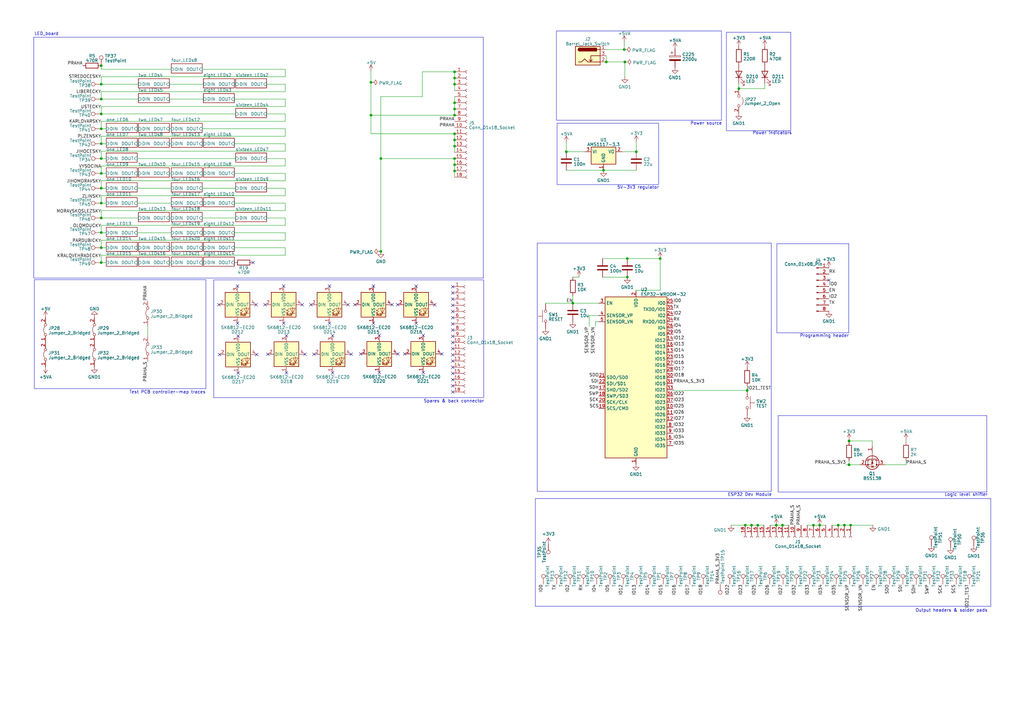
<source format=kicad_sch>
(kicad_sch (version 20230121) (generator eeschema)
  (paper "A3")
  (lib_symbols
    (symbol "Connector:Barrel_Jack_Switch" (pin_names hide)
      (property "Reference" "J" (at 0 5.334 0))
      (property "Value" "Barrel_Jack_Switch" (at 0 -5.08 0))
      (symbol "Barrel_Jack_Switch_1_1"
        (pin passive line (at 7.62 2.54 180) (length 2.54) (name "~") (number "1"))
        (pin passive line (at 7.62 -2.54 180) (length 2.54) (name "~") (number "2"))
        (pin passive line (at 7.62 0 180) (length 2.54) (name "~") (number "3"))
      )
    )
    (symbol "Connector:Conn_01x08_Pin" (pin_names (offset 1.016) hide)
      (property "Reference" "J" (at 0 10.16 0))
      (property "Value" "Conn_01x08_Pin" (at 0 -12.7 0))
      (symbol "Conn_01x08_Pin_1_1"
        (pin passive line (at 5.08 7.62 180) (length 3.81) (name "Pin_1") (number "1"))
        (pin passive line (at 5.08 5.08 180) (length 3.81) (name "Pin_2") (number "2"))
        (pin passive line (at 5.08 2.54 180) (length 3.81) (name "Pin_3") (number "3"))
        (pin passive line (at 5.08 0 180) (length 3.81) (name "Pin_4") (number "4"))
        (pin passive line (at 5.08 -2.54 180) (length 3.81) (name "Pin_5") (number "5"))
        (pin passive line (at 5.08 -5.08 180) (length 3.81) (name "Pin_6") (number "6"))
        (pin passive line (at 5.08 -7.62 180) (length 3.81) (name "Pin_7") (number "7"))
        (pin passive line (at 5.08 -10.16 180) (length 3.81) (name "Pin_8") (number "8"))
      )
    )
    (symbol "Connector:Conn_01x18_Socket" (pin_names (offset 1.016) hide)
      (property "Reference" "J" (at 0 22.86 0))
      (property "Value" "Conn_01x18_Socket" (at 0 -25.4 0))
      (symbol "Conn_01x18_Socket_1_1"
        (pin passive line (at -5.08 20.32 0) (length 3.81) (name "Pin_1") (number "1"))
        (pin passive line (at -5.08 -2.54 0) (length 3.81) (name "Pin_10") (number "10"))
        (pin passive line (at -5.08 -5.08 0) (length 3.81) (name "Pin_11") (number "11"))
        (pin passive line (at -5.08 -7.62 0) (length 3.81) (name "Pin_12") (number "12"))
        (pin passive line (at -5.08 -10.16 0) (length 3.81) (name "Pin_13") (number "13"))
        (pin passive line (at -5.08 -12.7 0) (length 3.81) (name "Pin_14") (number "14"))
        (pin passive line (at -5.08 -15.24 0) (length 3.81) (name "Pin_15") (number "15"))
        (pin passive line (at -5.08 -17.78 0) (length 3.81) (name "Pin_16") (number "16"))
        (pin passive line (at -5.08 -20.32 0) (length 3.81) (name "Pin_17") (number "17"))
        (pin passive line (at -5.08 -22.86 0) (length 3.81) (name "Pin_18") (number "18"))
        (pin passive line (at -5.08 17.78 0) (length 3.81) (name "Pin_2") (number "2"))
        (pin passive line (at -5.08 15.24 0) (length 3.81) (name "Pin_3") (number "3"))
        (pin passive line (at -5.08 12.7 0) (length 3.81) (name "Pin_4") (number "4"))
        (pin passive line (at -5.08 10.16 0) (length 3.81) (name "Pin_5") (number "5"))
        (pin passive line (at -5.08 7.62 0) (length 3.81) (name "Pin_6") (number "6"))
        (pin passive line (at -5.08 5.08 0) (length 3.81) (name "Pin_7") (number "7"))
        (pin passive line (at -5.08 2.54 0) (length 3.81) (name "Pin_8") (number "8"))
        (pin passive line (at -5.08 0 0) (length 3.81) (name "Pin_9") (number "9"))
      )
    )
    (symbol "Connector:TestPoint" (pin_numbers hide) (pin_names (offset 0.762) hide)
      (property "Reference" "TP" (at 0 6.858 0))
      (property "Value" "TestPoint" (at 0 5.08 0))
      (symbol "TestPoint_1_1"
        (pin passive line (at 0 0 90) (length 2.54) (name "1") (number "1"))
      )
    )
    (symbol "Device:C" (pin_numbers hide) (pin_names (offset 0.254))
      (property "Reference" "C" (at 0.635 2.54 0))
      (property "Value" "C" (at 0.635 -2.54 0))
      (symbol "C_1_1"
        (pin passive line (at 0 3.81 270) (length 2.794) (name "~") (number "1"))
        (pin passive line (at 0 -3.81 90) (length 2.794) (name "~") (number "2"))
      )
    )
    (symbol "Device:C_Polarized" (pin_numbers hide) (pin_names (offset 0.254))
      (property "Reference" "C" (at 0.635 2.54 0))
      (property "Value" "C_Polarized" (at 0.635 -2.54 0))
      (symbol "C_Polarized_1_1"
        (pin passive line (at 0 3.81 270) (length 2.794) (name "~") (number "1"))
        (pin passive line (at 0 -3.81 90) (length 2.794) (name "~") (number "2"))
      )
    )
    (symbol "Device:LED" (pin_numbers hide) (pin_names (offset 1.016) hide)
      (property "Reference" "D" (at 0 2.54 0))
      (property "Value" "LED" (at 0 -2.54 0))
      (symbol "LED_1_1"
        (pin passive line (at -3.81 0 0) (length 2.54) (name "K") (number "1"))
        (pin passive line (at 3.81 0 180) (length 2.54) (name "A") (number "2"))
      )
    )
    (symbol "Device:R" (pin_numbers hide) (pin_names (offset 0))
      (property "Reference" "R" (at 2.032 0 90))
      (property "Value" "R" (at 0 0 90))
      (symbol "R_1_1"
        (pin passive line (at 0 3.81 270) (length 1.27) (name "~") (number "1"))
        (pin passive line (at 0 -3.81 90) (length 1.27) (name "~") (number "2"))
      )
    )
    (symbol "Jumper:Jumper_2_Bridged" (pin_names (offset 0) hide)
      (property "Reference" "JP" (at 0 1.905 0))
      (property "Value" "Jumper_2_Bridged" (at 0 -2.54 0))
      (symbol "Jumper_2_Bridged_1_1"
        (pin passive line (at -5.08 0 0) (length 2.54) (name "A") (number "1"))
        (pin passive line (at 5.08 0 180) (length 2.54) (name "B") (number "2"))
      )
    )
    (symbol "Jumper:Jumper_2_Open" (pin_names (offset 0) hide)
      (property "Reference" "JP" (at 0 2.794 0))
      (property "Value" "Jumper_2_Open" (at 0 -2.286 0))
      (symbol "Jumper_2_Open_1_1"
        (pin passive line (at -5.08 0 0) (length 2.54) (name "A") (number "1"))
        (pin passive line (at 5.08 0 180) (length 2.54) (name "B") (number "2"))
      )
    )
    (symbol "RF_Module:ESP32-WROOM-32"
      (property "Reference" "U" (at -12.7 34.29 0))
      (property "Value" "ESP32-WROOM-32" (at 1.27 34.29 0))
      (symbol "ESP32-WROOM-32_1_1"
        (pin power_in line (at 0 -35.56 90) (length 2.54) (name "GND") (number "1"))
        (pin bidirectional line (at 15.24 -12.7 180) (length 2.54) (name "IO25") (number "10"))
        (pin bidirectional line (at 15.24 -15.24 180) (length 2.54) (name "IO26") (number "11"))
        (pin bidirectional line (at 15.24 -17.78 180) (length 2.54) (name "IO27") (number "12"))
        (pin bidirectional line (at 15.24 10.16 180) (length 2.54) (name "IO14") (number "13"))
        (pin bidirectional line (at 15.24 15.24 180) (length 2.54) (name "IO12") (number "14"))
        (pin passive line (at 0 -35.56 90) (length 2.54) hide (name "GND") (number "15"))
        (pin bidirectional line (at 15.24 12.7 180) (length 2.54) (name "IO13") (number "16"))
        (pin bidirectional line (at -15.24 -5.08 0) (length 2.54) (name "SHD/SD2") (number "17"))
        (pin bidirectional line (at -15.24 -7.62 0) (length 2.54) (name "SWP/SD3") (number "18"))
        (pin bidirectional line (at -15.24 -12.7 0) (length 2.54) (name "SCS/CMD") (number "19"))
        (pin power_in line (at 0 35.56 270) (length 2.54) (name "VDD") (number "2"))
        (pin bidirectional line (at -15.24 -10.16 0) (length 2.54) (name "SCK/CLK") (number "20"))
        (pin bidirectional line (at -15.24 0 0) (length 2.54) (name "SDO/SD0") (number "21"))
        (pin bidirectional line (at -15.24 -2.54 0) (length 2.54) (name "SDI/SD1") (number "22"))
        (pin bidirectional line (at 15.24 7.62 180) (length 2.54) (name "IO15") (number "23"))
        (pin bidirectional line (at 15.24 25.4 180) (length 2.54) (name "IO2") (number "24"))
        (pin bidirectional line (at 15.24 30.48 180) (length 2.54) (name "IO0") (number "25"))
        (pin bidirectional line (at 15.24 20.32 180) (length 2.54) (name "IO4") (number "26"))
        (pin bidirectional line (at 15.24 5.08 180) (length 2.54) (name "IO16") (number "27"))
        (pin bidirectional line (at 15.24 2.54 180) (length 2.54) (name "IO17") (number "28"))
        (pin bidirectional line (at 15.24 17.78 180) (length 2.54) (name "IO5") (number "29"))
        (pin input line (at -15.24 30.48 0) (length 2.54) (name "EN") (number "3"))
        (pin bidirectional line (at 15.24 0 180) (length 2.54) (name "IO18") (number "30"))
        (pin bidirectional line (at 15.24 -2.54 180) (length 2.54) (name "IO19") (number "31"))
        (pin no_connect line (at -12.7 -27.94 0) (length 2.54) hide (name "NC") (number "32"))
        (pin bidirectional line (at 15.24 -5.08 180) (length 2.54) (name "IO21") (number "33"))
        (pin bidirectional line (at 15.24 22.86 180) (length 2.54) (name "RXD0/IO3") (number "34"))
        (pin bidirectional line (at 15.24 27.94 180) (length 2.54) (name "TXD0/IO1") (number "35"))
        (pin bidirectional line (at 15.24 -7.62 180) (length 2.54) (name "IO22") (number "36"))
        (pin bidirectional line (at 15.24 -10.16 180) (length 2.54) (name "IO23") (number "37"))
        (pin passive line (at 0 -35.56 90) (length 2.54) hide (name "GND") (number "38"))
        (pin passive line (at 0 -35.56 90) (length 2.54) hide (name "GND") (number "39"))
        (pin input line (at -15.24 25.4 0) (length 2.54) (name "SENSOR_VP") (number "4"))
        (pin input line (at -15.24 22.86 0) (length 2.54) (name "SENSOR_VN") (number "5"))
        (pin input line (at 15.24 -25.4 180) (length 2.54) (name "IO34") (number "6"))
        (pin input line (at 15.24 -27.94 180) (length 2.54) (name "IO35") (number "7"))
        (pin bidirectional line (at 15.24 -20.32 180) (length 2.54) (name "IO32") (number "8"))
        (pin bidirectional line (at 15.24 -22.86 180) (length 2.54) (name "IO33") (number "9"))
      )
    )
    (symbol "Regulator_Linear:AMS1117-3.3"
      (property "Reference" "U" (at -3.81 3.175 0))
      (property "Value" "AMS1117-3.3" (at 0 3.175 0))
      (symbol "AMS1117-3.3_1_1"
        (pin power_in line (at 0 -7.62 90) (length 2.54) (name "GND") (number "1"))
        (pin power_out line (at 7.62 0 180) (length 2.54) (name "VO") (number "2"))
        (pin power_in line (at -7.62 0 0) (length 2.54) (name "VI") (number "3"))
      )
    )
    (symbol "Switch:SW_Push" (pin_numbers hide) (pin_names (offset 1.016) hide)
      (property "Reference" "SW" (at 1.27 2.54 0))
      (property "Value" "SW_Push" (at 0 -1.524 0))
      (symbol "SW_Push_0_1"
        (pin passive line (at -5.08 0 0) (length 2.54) (name "1") (number "1"))
        (pin passive line (at 5.08 0 180) (length 2.54) (name "2") (number "2"))
      )
    )
    (symbol "Transistor_FET:BSS138" (pin_names hide)
      (property "Reference" "Q" (at 5.08 1.905 0))
      (property "Value" "BSS138" (at 5.08 0 0))
      (symbol "BSS138_1_1"
        (pin input line (at -5.08 0 0) (length 2.54) (name "G") (number "1"))
        (pin passive line (at 2.54 -5.08 90) (length 2.54) (name "S") (number "2"))
        (pin passive line (at 2.54 5.08 270) (length 2.54) (name "D") (number "3"))
      )
    )
    (symbol "mapacr:SK6812-EC20" (pin_names (offset 0.254))
      (property "Reference" "D" (at 5.08 5.715 0))
      (property "Value" "SK6812-EC20" (at 1.27 -5.715 0))
      (property "JLCPCB_PART" "C2909058" (at 8.89 -12.7 0))
      (symbol "SK6812-EC20_0_0"
        (text "RGB" (at 2.286 -4.191 0) (effects (font (size 0.762 0.762))))
      )
      (symbol "SK6812-EC20_1_1"
        (pin power_in line (at 0 -7.62 90) (length 2.54) (name "VSS") (number "1"))
        (pin input line (at -7.62 0 0) (length 2.54) (name "DIN") (number "2"))
        (pin power_in line (at 0 7.62 270) (length 2.54) (name "VDD") (number "3"))
        (pin output line (at 7.62 0 180) (length 2.54) (name "DOUT") (number "4"))
      )
    )
    (symbol "power:+3V3" (power) (pin_names (offset 0))
      (property "Value" "+3V3" (at 0 3.556 0))
      (symbol "+3V3_1_1"
        (pin power_in line (at 0 0 90) (length 0) hide (name "+3V3") (number "1"))
      )
    )
    (symbol "power:+5V" (power) (pin_names (offset 0))
      (property "Value" "+5V" (at 0 3.556 0))
      (symbol "+5V_1_1"
        (pin power_in line (at 0 0 90) (length 0) hide (name "+5V") (number "1"))
      )
    )
    (symbol "power:+5VA" (power) (pin_names (offset 0))
      (property "Value" "+5VA" (at 0 3.556 0))
      (symbol "+5VA_1_1"
        (pin power_in line (at 0 0 90) (length 0) hide (name "+5VA") (number "1"))
      )
    )
    (symbol "power:GND" (power) (pin_names (offset 0))
      (property "Value" "GND" (at 0 -3.81 0))
      (symbol "GND_1_1"
        (pin power_in line (at 0 0 270) (length 0) hide (name "GND") (number "1"))
      )
    )
    (symbol "power:GND1" (power) (pin_names (offset 0))
      (property "Value" "GND1" (at 0 -3.81 0))
      (symbol "GND1_1_1"
        (pin power_in line (at 0 0 270) (length 0) hide (name "GND1") (number "1"))
      )
    )
    (symbol "power:PWR_FLAG" (power) (pin_numbers hide) (pin_names (offset 0) hide)
      (property "Value" "PWR_FLAG" (at 0 3.81 0))
      (symbol "PWR_FLAG_0_0"
        (pin power_out line (at 0 0 90) (length 0) (name "pwr") (number "1"))
      )
    )
  )
  (junction (at 256.032 20.32))
  (junction (at 305.689 215.392))
  (junction (at 306.451 160.147))
  (junction (at 41.529 52.832))
  (junction (at 232.283 62.23))
  (junction (at 346.329 215.392))
  (junction (at 152.146 33.782))
  (junction (at 186.436 54.864))
  (junction (at 186.436 42.164))
  (junction (at 343.789 215.392))
  (junction (at 41.529 65.024))
  (junction (at 41.529 26.924))
  (junction (at 41.529 89.408))
  (junction (at 41.529 83.312))
  (junction (at 333.629 215.392))
  (junction (at 270.764 106.045))
  (junction (at 186.436 29.464))
  (junction (at 156.21 103.124))
  (junction (at 152.146 47.244))
  (junction (at 41.529 46.736))
  (junction (at 257.302 113.665))
  (junction (at 41.529 77.216))
  (junction (at 248.666 25.4))
  (junction (at 186.436 47.244))
  (junction (at 348.234 180.848))
  (junction (at 41.529 107.696))
  (junction (at 256.286 25.4))
  (junction (at 186.436 34.544))
  (junction (at 303.022 36.322))
  (junction (at 336.169 215.392))
  (junction (at 348.234 190.627))
  (junction (at 234.95 124.333))
  (junction (at 186.436 67.564))
  (junction (at 186.436 59.944))
  (junction (at 41.529 95.377))
  (junction (at 318.389 215.392))
  (junction (at 41.529 34.544))
  (junction (at 186.436 70.104))
  (junction (at 186.436 44.704))
  (junction (at 156.21 65.024))
  (junction (at 186.436 65.024))
  (junction (at 41.529 40.64))
  (junction (at 41.529 71.12))
  (junction (at 257.302 106.045))
  (junction (at 260.985 62.23))
  (junction (at 41.529 101.6))
  (junction (at 348.869 215.392))
  (junction (at 310.769 215.392))
  (junction (at 247.523 69.85))
  (junction (at 186.436 32.004))
  (junction (at 320.929 215.392))
  (junction (at 41.529 58.928))
  (junction (at 186.436 57.404))
  (junction (at 308.229 215.392))
  (no_connect (at 185.674 135.382))
  (no_connect (at 185.674 155.702))
  (no_connect (at 185.674 132.842))
  (no_connect (at 144.018 145.288))
  (no_connect (at 97.663 137.795))
  (no_connect (at 97.409 117.348))
  (no_connect (at 125.095 145.288))
  (no_connect (at 145.542 124.968))
  (no_connect (at 185.674 127.762))
  (no_connect (at 109.855 145.288))
  (no_connect (at 90.043 145.415))
  (no_connect (at 153.162 117.348))
  (no_connect (at 127.508 124.968))
  (no_connect (at 97.409 132.588))
  (no_connect (at 153.162 132.588))
  (no_connect (at 170.688 132.588))
  (no_connect (at 97.663 153.035))
  (no_connect (at 128.778 145.288))
  (no_connect (at 185.674 160.782))
  (no_connect (at 117.475 152.908))
  (no_connect (at 116.332 117.348))
  (no_connect (at 173.609 152.781))
  (no_connect (at 185.674 153.162))
  (no_connect (at 136.398 137.668))
  (no_connect (at 185.674 117.602))
  (no_connect (at 185.674 137.922))
  (no_connect (at 185.674 148.082))
  (no_connect (at 136.398 152.908))
  (no_connect (at 185.674 122.682))
  (no_connect (at 339.979 114.935))
  (no_connect (at 142.748 124.968))
  (no_connect (at 105.029 124.968))
  (no_connect (at 170.688 117.348))
  (no_connect (at 185.674 150.622))
  (no_connect (at 165.989 145.161))
  (no_connect (at 185.674 125.222))
  (no_connect (at 135.128 117.348))
  (no_connect (at 89.789 124.968))
  (no_connect (at 185.674 120.142))
  (no_connect (at 185.674 143.002))
  (no_connect (at 155.575 137.541))
  (no_connect (at 185.674 158.242))
  (no_connect (at 178.308 124.968))
  (no_connect (at 108.712 124.968))
  (no_connect (at 116.332 132.588))
  (no_connect (at 181.229 145.161))
  (no_connect (at 185.674 140.462))
  (no_connect (at 147.955 145.161))
  (no_connect (at 135.128 132.588))
  (no_connect (at 160.782 124.968))
  (no_connect (at 163.195 145.161))
  (no_connect (at 117.475 137.668))
  (no_connect (at 185.674 145.542))
  (no_connect (at 123.952 124.968))
  (no_connect (at 103.759 107.696))
  (no_connect (at 163.068 124.968))
  (no_connect (at 105.283 145.415))
  (no_connect (at 155.575 152.781))
  (no_connect (at 185.674 130.302))
  (no_connect (at 173.609 137.541))
  (wire (pts (xy 186.436 44.704) (xy 186.436 47.244)))
  (wire (pts (xy 116.967 104.648) (xy 41.529 104.648)))
  (wire (pts (xy 303.022 34.29) (xy 303.022 36.322)))
  (wire (pts (xy 41.529 74.168) (xy 41.529 77.216)))
  (wire (pts (xy 41.529 89.408) (xy 56.769 89.408)))
  (wire (pts (xy 109.347 89.408) (xy 116.967 89.408)))
  (wire (pts (xy 234.95 113.665) (xy 237.49 113.665)))
  (wire (pts (xy 41.529 98.552) (xy 41.529 101.6)))
  (wire (pts (xy 41.529 58.928) (xy 43.561 58.928)))
  (wire (pts (xy 348.234 180.848) (xy 348.234 181.356)))
  (wire (pts (xy 260.858 118.999) (xy 270.764 118.999)))
  (wire (pts (xy 186.436 42.164) (xy 186.436 44.704)))
  (wire (pts (xy 116.967 31.496) (xy 116.967 28.448)))
  (wire (pts (xy 41.529 52.832) (xy 43.561 52.832)))
  (wire (pts (xy 116.967 86.36) (xy 41.529 86.36)))
  (wire (pts (xy 156.21 65.024) (xy 186.436 65.024)))
  (wire (pts (xy 315.849 215.392) (xy 318.389 215.392)))
  (wire (pts (xy 116.967 58.928) (xy 116.967 61.976)))
  (wire (pts (xy 186.436 39.624) (xy 186.436 42.164)))
  (wire (pts (xy 248.666 20.32) (xy 256.032 20.32)))
  (wire (pts (xy 82.931 52.832) (xy 116.967 52.832)))
  (wire (pts (xy 116.967 80.264) (xy 41.529 80.264)))
  (wire (pts (xy 41.529 55.88) (xy 41.529 58.928)))
  (wire (pts (xy 41.529 28.448) (xy 70.231 28.448)))
  (wire (pts (xy 69.469 34.544) (xy 83.439 34.544)))
  (wire (pts (xy 186.436 67.564) (xy 186.436 70.104)))
  (wire (pts (xy 318.389 215.392) (xy 320.929 215.392)))
  (wire (pts (xy 82.931 58.928) (xy 83.439 58.928)))
  (wire (pts (xy 41.529 49.784) (xy 41.529 52.832)))
  (wire (pts (xy 116.967 95.504) (xy 116.967 98.552)))
  (wire (pts (xy 96.139 95.504) (xy 116.967 95.504)))
  (wire (pts (xy 41.529 31.496) (xy 41.529 34.544)))
  (wire (pts (xy 245.618 129.413) (xy 241.681 129.413)))
  (wire (pts (xy 56.261 77.216) (xy 70.231 77.216)))
  (wire (pts (xy 348.234 190.627) (xy 352.679 190.627)))
  (wire (pts (xy 56.261 101.6) (xy 56.769 101.6)))
  (wire (pts (xy 116.967 43.688) (xy 41.529 43.688)))
  (wire (pts (xy 116.967 52.832) (xy 116.967 55.88)))
  (wire (pts (xy 245.618 131.953) (xy 244.221 131.953)))
  (wire (pts (xy 41.529 83.312) (xy 43.561 83.312)))
  (wire (pts (xy 244.221 131.953) (xy 244.221 133.985)))
  (wire (pts (xy 82.931 77.216) (xy 96.647 77.216)))
  (wire (pts (xy 109.347 34.544) (xy 116.967 34.544)))
  (wire (pts (xy 186.436 57.404) (xy 186.436 59.944)))
  (wire (pts (xy 82.931 95.504) (xy 83.439 95.504)))
  (wire (pts (xy 116.967 83.312) (xy 116.967 86.36)))
  (wire (pts (xy 256.286 25.4) (xy 256.286 31.496)))
  (wire (pts (xy 41.529 37.592) (xy 41.529 40.64)))
  (wire (pts (xy 116.967 46.736) (xy 116.967 49.784)))
  (wire (pts (xy 333.629 215.392) (xy 336.169 215.392)))
  (wire (pts (xy 116.967 31.496) (xy 41.529 31.496)))
  (wire (pts (xy 156.21 103.124) (xy 156.21 65.024)))
  (wire (pts (xy 232.283 58.42) (xy 232.283 62.23)))
  (wire (pts (xy 247.142 113.665) (xy 257.302 113.665)))
  (wire (pts (xy 313.69 36.322) (xy 313.69 34.29)))
  (wire (pts (xy 348.234 180.467) (xy 348.234 180.848)))
  (wire (pts (xy 305.689 215.392) (xy 308.229 215.392)))
  (wire (pts (xy 270.764 118.999) (xy 270.764 106.045)))
  (wire (pts (xy 247.523 69.85) (xy 260.985 69.85)))
  (wire (pts (xy 41.529 107.696) (xy 43.561 107.696)))
  (wire (pts (xy 186.436 32.004) (xy 186.436 34.544)))
  (wire (pts (xy 96.139 71.12) (xy 116.967 71.12)))
  (wire (pts (xy 116.967 55.88) (xy 41.529 55.88)))
  (wire (pts (xy 41.529 95.504) (xy 43.561 95.504)))
  (wire (pts (xy 186.436 47.244) (xy 152.146 47.244)))
  (wire (pts (xy 256.032 20.32) (xy 256.032 17.272)))
  (wire (pts (xy 234.95 124.333) (xy 245.618 124.333)))
  (wire (pts (xy 346.964 190.627) (xy 348.234 190.627)))
  (wire (pts (xy 96.139 101.6) (xy 116.967 101.6)))
  (wire (pts (xy 41.529 65.024) (xy 43.561 65.024)))
  (wire (pts (xy 186.436 29.464) (xy 173.228 29.464)))
  (wire (pts (xy 109.347 77.216) (xy 116.967 77.216)))
  (wire (pts (xy 41.529 77.216) (xy 43.561 77.216)))
  (wire (pts (xy 232.283 69.85) (xy 247.523 69.85)))
  (wire (pts (xy 341.249 215.392) (xy 343.789 215.392)))
  (wire (pts (xy 255.143 62.23) (xy 260.985 62.23)))
  (wire (pts (xy 257.302 106.045) (xy 270.764 106.045)))
  (wire (pts (xy 41.529 101.6) (xy 43.561 101.6)))
  (wire (pts (xy 41.529 68.072) (xy 41.529 71.12)))
  (wire (pts (xy 276.098 160.147) (xy 306.451 160.147)))
  (wire (pts (xy 41.529 92.456) (xy 41.529 95.377)))
  (wire (pts (xy 56.261 95.504) (xy 70.231 95.504)))
  (wire (pts (xy 69.469 89.408) (xy 70.231 89.408)))
  (wire (pts (xy 60.579 133.477) (xy 60.579 138.049)))
  (wire (pts (xy 223.774 124.333) (xy 223.774 124.587)))
  (wire (pts (xy 116.967 77.216) (xy 116.967 80.264)))
  (wire (pts (xy 41.529 86.36) (xy 41.529 89.408)))
  (wire (pts (xy 116.967 89.408) (xy 116.967 92.456)))
  (wire (pts (xy 348.869 215.392) (xy 358.013 215.392)))
  (wire (pts (xy 152.146 33.782) (xy 152.146 47.244)))
  (wire (pts (xy 276.098 160.147) (xy 276.098 159.893)))
  (wire (pts (xy 56.261 83.312) (xy 70.231 83.312)))
  (wire (pts (xy 152.146 29.21) (xy 152.146 33.782)))
  (wire (pts (xy 186.436 29.464) (xy 186.436 32.004)))
  (wire (pts (xy 69.469 71.12) (xy 70.231 71.12)))
  (wire (pts (xy 116.967 65.024) (xy 116.967 68.072)))
  (wire (pts (xy 69.469 107.696) (xy 70.231 107.696)))
  (wire (pts (xy 82.931 101.6) (xy 83.439 101.6)))
  (wire (pts (xy 116.967 68.072) (xy 41.529 68.072)))
  (wire (pts (xy 260.858 118.999) (xy 260.858 119.253)))
  (wire (pts (xy 56.261 71.12) (xy 56.769 71.12)))
  (wire (pts (xy 56.261 65.024) (xy 96.647 65.024)))
  (wire (pts (xy 247.142 106.045) (xy 257.302 106.045)))
  (wire (pts (xy 306.451 158.369) (xy 306.451 160.147)))
  (wire (pts (xy 41.529 26.924) (xy 41.529 28.448)))
  (wire (pts (xy 56.261 52.832) (xy 56.769 52.832)))
  (wire (pts (xy 346.329 215.392) (xy 348.869 215.392)))
  (wire (pts (xy 69.469 40.64) (xy 83.439 40.64)))
  (wire (pts (xy 116.967 71.12) (xy 116.967 74.168)))
  (wire (pts (xy 186.436 65.024) (xy 186.436 67.564)))
  (wire (pts (xy 116.967 37.592) (xy 41.529 37.592)))
  (wire (pts (xy 41.529 71.12) (xy 43.561 71.12)))
  (wire (pts (xy 248.666 22.86) (xy 248.666 25.4)))
  (wire (pts (xy 96.139 34.544) (xy 96.647 34.544)))
  (wire (pts (xy 156.21 65.024) (xy 156.21 39.624)))
  (wire (pts (xy 69.469 52.832) (xy 70.231 52.832)))
  (wire (pts (xy 96.139 58.928) (xy 116.967 58.928)))
  (wire (pts (xy 56.261 107.696) (xy 56.769 107.696)))
  (wire (pts (xy 69.469 101.6) (xy 70.231 101.6)))
  (wire (pts (xy 186.436 54.864) (xy 186.436 57.404)))
  (wire (pts (xy 41.529 104.648) (xy 41.529 107.696)))
  (wire (pts (xy 109.347 46.736) (xy 116.967 46.736)))
  (wire (pts (xy 41.529 95.377) (xy 41.529 95.504)))
  (wire (pts (xy 41.529 61.976) (xy 41.529 65.024)))
  (wire (pts (xy 303.022 36.322) (xy 313.69 36.322)))
  (wire (pts (xy 186.436 70.104) (xy 186.436 72.644)))
  (wire (pts (xy 41.529 34.544) (xy 56.769 34.544)))
  (wire (pts (xy 371.602 190.627) (xy 371.602 188.976)))
  (wire (pts (xy 116.967 98.552) (xy 41.529 98.552)))
  (wire (pts (xy 248.666 25.4) (xy 256.286 25.4)))
  (wire (pts (xy 82.931 71.12) (xy 83.439 71.12)))
  (wire (pts (xy 41.529 43.688) (xy 41.529 46.736)))
  (wire (pts (xy 357.759 183.007) (xy 357.759 180.848)))
  (wire (pts (xy 82.931 28.448) (xy 116.967 28.448)))
  (wire (pts (xy 116.967 92.456) (xy 41.529 92.456)))
  (wire (pts (xy 336.169 215.392) (xy 338.709 215.392)))
  (wire (pts (xy 41.529 46.736) (xy 96.647 46.736)))
  (wire (pts (xy 348.234 188.976) (xy 348.234 190.627)))
  (wire (pts (xy 82.931 107.696) (xy 83.439 107.696)))
  (wire (pts (xy 186.436 34.544) (xy 186.436 37.084)))
  (wire (pts (xy 116.967 61.976) (xy 41.529 61.976)))
  (wire (pts (xy 357.759 180.848) (xy 348.234 180.848)))
  (wire (pts (xy 96.139 40.64) (xy 116.967 40.64)))
  (wire (pts (xy 69.469 58.928) (xy 70.231 58.928)))
  (wire (pts (xy 234.95 124.333) (xy 234.95 121.285)))
  (wire (pts (xy 234.95 124.333) (xy 223.774 124.333)))
  (wire (pts (xy 260.985 58.166) (xy 260.985 62.23)))
  (wire (pts (xy 82.931 89.408) (xy 96.647 89.408)))
  (wire (pts (xy 156.21 39.624) (xy 173.228 39.624)))
  (wire (pts (xy 320.929 215.392) (xy 323.469 215.392)))
  (wire (pts (xy 232.283 62.23) (xy 239.903 62.23)))
  (wire (pts (xy 109.347 65.024) (xy 116.967 65.024)))
  (wire (pts (xy 371.602 180.467) (xy 371.602 181.356)))
  (wire (pts (xy 56.261 58.928) (xy 56.769 58.928)))
  (wire (pts (xy 241.681 129.413) (xy 241.681 133.985)))
  (wire (pts (xy 152.146 47.244) (xy 152.146 54.864)))
  (wire (pts (xy 116.967 34.544) (xy 116.967 37.592)))
  (wire (pts (xy 299.847 215.392) (xy 305.689 215.392)))
  (wire (pts (xy 116.967 40.64) (xy 116.967 43.688)))
  (wire (pts (xy 308.229 215.392) (xy 310.769 215.392)))
  (wire (pts (xy 116.967 101.6) (xy 116.967 104.648)))
  (wire (pts (xy 41.529 40.64) (xy 56.769 40.64)))
  (wire (pts (xy 310.769 215.392) (xy 313.309 215.392)))
  (wire (pts (xy 173.228 39.624) (xy 173.228 29.464)))
  (wire (pts (xy 116.967 74.168) (xy 41.529 74.168)))
  (wire (pts (xy 343.789 215.392) (xy 346.329 215.392)))
  (wire (pts (xy 186.436 59.944) (xy 186.436 62.484)))
  (wire (pts (xy 186.436 54.864) (xy 152.146 54.864)))
  (wire (pts (xy 82.931 83.312) (xy 83.439 83.312)))
  (wire (pts (xy 41.529 80.264) (xy 41.529 83.312)))
  (wire (pts (xy 362.839 190.627) (xy 371.602 190.627)))
  (wire (pts (xy 96.139 83.312) (xy 116.967 83.312)))
  (wire (pts (xy 331.089 215.392) (xy 333.629 215.392)))
  (wire (pts (xy 116.967 49.784) (xy 41.529 49.784)))
  (rectangle (start 87.63 114.808) (end 198.374 163.068))
  (rectangle (start 219.583 204.47) (end 406.4 248.666))
  (rectangle (start 297.942 13.208) (end 324.358 53.594))
  (rectangle (start 318.643 99.949) (end 348.107 136.525))
  (rectangle (start 14.097 114.681) (end 84.455 159.385))
  (rectangle (start 220.345 99.695) (end 316.357 201.549))
  (rectangle (start 319.151 170.434) (end 404.749 201.803))
  (rectangle (start 13.843 15.24) (end 198.247 114.046))
  (rectangle (start 228.219 12.7) (end 295.91 49.276))
  (rectangle (start 228.473 50.546) (end 270.129 75.692))
  (text "ESP32 Dev Module" (at 298.45 203.708 0) (effects (font (size 1.27 1.27)) (justify left bottom)))
  (text "Spares & back connector" (at 173.736 165.354 0) (effects (font (size 1.27 1.27)) (justify left bottom)))
  (text "Test PCB controller-map traces" (at 52.959 161.671 0) (effects (font (size 1.27 1.27)) (justify left bottom)))
  (text "Logic level shifter" (at 405.13 203.708 0) (effects (font (size 1.27 1.27)) (justify right bottom)))
  (text "Power indicators" (at 308.61 55.372 0) (effects (font (size 1.27 1.27)) (justify left bottom)))
  (text "Programming header" (at 328.041 138.557 0) (effects (font (size 1.27 1.27)) (justify left bottom)))
  (text "Output headers & solder pads" (at 375.412 251.206 0) (effects (font (size 1.27 1.27)) (justify left bottom)))
  (text "LED_board" (at 14.097 14.732 0) (effects (font (size 1.27 1.27)) (justify left bottom)))
  (text "5V-3V3 regulator" (at 253.111 77.724 0) (effects (font (size 1.27 1.27)) (justify left bottom)))
  (text "Power source" (at 283.083 51.435 0) (effects (font (size 1.27 1.27)) (justify left bottom)))
  (label "IO18" (at 288.417 239.649 270))
  (label "VYSOCINA" (at 41.529 69.215 180))
  (label "IO0" (at 339.979 117.475 0))
  (label "IO16" (at 276.098 149.733 0))
  (label "SENSOR_VP" (at 241.681 133.985 270))
  (label "IO21_TEST" (at 397.637 239.649 270))
  (label "SDH" (at 245.618 159.893 180))
  (label "SENSOR_VN" (at 244.221 133.985 270))
  (label "PRAHA" (at 186.436 52.324 180))
  (label "PARDUBICKY" (at 41.529 99.695 180))
  (label "TX" (at 228.346 239.649 270))
  (label "RX" (at 239.268 239.649 270))
  (label "IO22" (at 299.339 239.649 270))
  (label "IO34" (at 276.098 180.213 0))
  (label "PRAHA" (at 60.579 123.317 90))
  (label "IO18" (at 276.098 154.813 0))
  (label "MORAVSKOSLEZSKY" (at 41.529 87.63 180))
  (label "IO33" (at 276.098 177.673 0))
  (label "OLOMOUCKY" (at 41.529 93.599 180))
  (label "PRAHA" (at 33.909 26.924 180))
  (label "IO12" (at 255.651 239.649 270))
  (label "RX" (at 339.979 112.395 0))
  (label "TX" (at 339.979 125.095 0))
  (label "RX" (at 276.098 131.953 0))
  (label "SDH" (at 375.793 239.649 270))
  (label "PRAHA_S" (at 326.009 215.392 90))
  (label "SCK" (at 245.618 164.973 180))
  (label "IO4" (at 276.098 134.493 0))
  (label "IO0" (at 276.098 124.333 0))
  (label "IO2" (at 276.098 129.413 0))
  (label "SCS" (at 245.618 167.513 180))
  (label "SCK" (at 386.715 239.649 270))
  (label "IO22" (at 276.098 162.433 0))
  (label "PRAHA_S_3V3" (at 295.402 239.649 90))
  (label "JIHOCESKY" (at 41.529 63.119 180))
  (label "IO15" (at 272.034 239.649 270))
  (label "LIBERECKY" (at 41.529 38.608 180))
  (label "PRAHA_S_3V3" (at 346.964 190.627 180))
  (label "IO35" (at 276.098 182.753 0))
  (label "PRAHA" (at 186.436 49.784 180))
  (label "IO4" (at 244.729 239.649 270))
  (label "IO35" (at 343.027 239.649 270))
  (label "SDI" (at 370.332 239.649 270))
  (label "SENSOR_VP" (at 348.488 239.649 270))
  (label "IO27" (at 321.183 239.649 270))
  (label "IO16" (at 277.495 239.649 270))
  (label "KRALOVEHRADECKY" (at 41.529 105.918 180))
  (label "PRAHA_S_3V3" (at 276.098 157.353 0))
  (label "EN" (at 234.95 124.333 180))
  (label "PRAHA_S" (at 60.579 148.209 270))
  (label "IO13" (at 276.098 142.113 0))
  (label "EN" (at 339.979 120.015 0))
  (label "IO25" (at 310.261 239.649 270))
  (label "STREDOCESKY" (at 41.529 32.385 180))
  (label "PRAHA_S" (at 371.602 190.627 0))
  (label "IO14" (at 266.573 239.649 270))
  (label "IO17" (at 276.098 152.273 0))
  (label "IO32" (at 276.098 175.133 0))
  (label "IO5" (at 250.19 239.649 270))
  (label "PLZENSKY" (at 41.529 56.896 180))
  (label "ZLINSKY" (at 41.529 81.534 180))
  (label "IO14" (at 276.098 144.653 0))
  (label "IO23" (at 276.098 164.973 0))
  (label "IO2" (at 233.807 239.649 270))
  (label "SWP" (at 245.618 162.433 180))
  (label "IO2" (at 339.979 122.555 0))
  (label "IO13" (at 261.112 239.649 270))
  (label "SENSOR_VN" (at 353.949 239.649 270))
  (label "SCS" (at 392.176 239.649 270))
  (label "IO0" (at 222.885 239.649 270))
  (label "IO12" (at 276.098 139.573 0))
  (label "IO25" (at 276.098 167.513 0))
  (label "PRAHA_S" (at 328.549 215.392 90))
  (label "IO15" (at 276.098 147.193 0))
  (label "IO17" (at 282.956 239.649 270))
  (label "IO5" (at 276.098 137.033 0))
  (label "SWP" (at 381.254 239.649 270))
  (label "TX" (at 276.098 126.873 0))
  (label "SDO" (at 245.618 154.813 180))
  (label "IO27" (at 276.098 172.593 0))
  (label "SDI" (at 245.618 157.353 180))
  (label "IO21_TEST" (at 306.451 160.147 0))
  (label "IO32" (at 326.644 239.649 270))
  (label "USTECKY" (at 41.529 44.831 180))
  (label "KARLOVARSKY" (at 41.529 50.8 180))
  (label "EN" (at 359.41 239.649 270))
  (label "IO26" (at 315.722 239.649 270))
  (label "SDO" (at 364.871 239.649 270))
  (label "IO26" (at 276.098 170.053 0))
  (label "IO34" (at 337.566 239.649 270))
  (label "JIHOMORAVSKY" (at 41.529 75.311 180))
  (label "IO33" (at 332.105 239.649 270))
  (label "IO23" (at 304.8 239.649 270))
  (symbol (lib_id "mapacr:SK6812-EC20") (at 135.128 124.968 0) (unit 1)
    (property "Reference" "D214" (at 135.128 136.144 0))
    (property "Value" "SK6812-EC20" (at 128.27 133.604 0) (effects (justify left top)))
    (property "Footprint" "mapacr:LED_SK6812-EC20" (effects hide))
    (property "Datasheet" "https://datasheet.lcsc.com/lcsc/2110250930_OPSCO-Optoelectronics-SK6812-EC20_C2909058.pdf" (effects hide))
    (property "JLCPCB_PART" "C2909058" (effects hide))
  )
  (symbol (lib_id "mapacr:SK6812-EC20") (at 116.332 124.968 0) (unit 1)
    (property "Reference" "D213" (at 116.332 136.144 0))
    (property "Value" "SK6812-EC20" (at 109.474 133.604 0) (effects (justify left top)))
    (property "Footprint" "mapacr:LED_SK6812-EC20" (effects hide))
    (property "Datasheet" "https://datasheet.lcsc.com/lcsc/2110250930_OPSCO-Optoelectronics-SK6812-EC20_C2909058.pdf" (effects hide))
    (property "JLCPCB_PART" "C2909058" (effects hide))
  )
  (symbol (lib_id "Connector:TestPoint") (at 41.529 83.312 90) (unit 1)
    (property "Reference" "TP45" (at 34.798 83.82 90))
    (property "Value" "TestPoint" (at 33.02 82.042 90))
    (property "Footprint" "TestPoint:TestPoint_Pad_2.5x2.5mm" (effects hide))
  )
  (symbol (lib_id "Connector:TestPoint") (at 299.339 239.649 0) (unit 1)
    (property "Reference" "TP16" (at 302.9839 236.347 90))
    (property "Value" "TestPoint" (at 301.0629 236.347 90))
    (property "Footprint" "mapacr:TestPoint_1.2x3mm" (effects hide))
  )
  (symbol (lib_id "power:+5VA") (at 276.86 20.066 0) (unit 1)
    (property "Reference" "#PWR0131" (effects hide))
    (property "Value" "+5VA" (at 276.86 16.5641 0))
  )
  (symbol (lib_id "Connector:TestPoint") (at 337.566 239.649 0) (unit 1)
    (property "Reference" "TP24" (at 341.2109 236.347 90))
    (property "Value" "TestPoint" (at 339.2899 236.347 90))
    (property "Footprint" "mapacr:TestPoint_1.2x3mm" (effects hide))
  )
  (symbol (lib_id "power:PWR_FLAG") (at 256.286 25.4 270) (unit 1)
    (property "Reference" "#FLG02" (effects hide))
    (property "Value" "PWR_FLAG" (at 259.461 25.7168 90) (effects (justify left)))
  )
  (symbol (lib_id "Connector:TestPoint") (at 250.19 239.649 0) (unit 1)
    (property "Reference" "TP3" (at 253.8349 236.347 90))
    (property "Value" "TestPoint" (at 251.9139 236.347 90))
    (property "Footprint" "mapacr:TestPoint_1.2x3mm" (effects hide))
  )
  (symbol (lib_id "Connector:TestPoint") (at 41.529 52.832 90) (unit 1)
    (property "Reference" "TP41" (at 34.798 53.34 90))
    (property "Value" "TestPoint" (at 33.02 51.562 90))
    (property "Footprint" "TestPoint:TestPoint_Pad_2.5x2.5mm" (effects hide))
  )
  (symbol (lib_id "Connector:TestPoint") (at 239.268 239.649 0) (unit 1)
    (property "Reference" "TP10" (at 242.9129 236.347 90))
    (property "Value" "TestPoint" (at 240.9919 236.347 90))
    (property "Footprint" "mapacr:TestPoint_1.2x3mm" (effects hide))
  )
  (symbol (lib_id "Connector:TestPoint") (at 382.016 223.774 0) (unit 1)
    (property "Reference" "TP51" (at 385.6609 220.472 90))
    (property "Value" "TestPoint" (at 383.7399 220.472 90))
    (property "Footprint" "mapacr:TestPoint_1.2x3mm" (effects hide))
  )
  (symbol (lib_id "power:GND1") (at 358.013 215.392 0) (unit 1)
    (property "Reference" "#PWR0102" (effects hide))
    (property "Value" "GND1" (at 359.918 216.9788 0) (effects (justify left)))
  )
  (symbol (lib_id "power:+3V3") (at 270.764 106.045 0) (unit 1)
    (property "Reference" "#PWR098" (effects hide))
    (property "Value" "+3V3" (at 270.764 102.5431 0))
  )
  (symbol (lib_id "power:+5VA") (at 318.389 215.392 0) (unit 1)
    (property "Reference" "#PWR091" (effects hide))
    (property "Value" "+5VA" (at 318.389 211.8901 0))
  )
  (symbol (lib_id "power:+5VA") (at 336.169 215.392 0) (unit 1)
    (property "Reference" "#PWR096" (effects hide))
    (property "Value" "+5VA" (at 336.169 211.8901 0))
  )
  (symbol (lib_id "power:+5V") (at 152.146 29.21 0) (unit 1)
    (property "Reference" "#PWR081" (effects hide))
    (property "Value" "+5V" (at 152.146 25.7081 0))
  )
  (symbol (lib_id "power:+5VA") (at 232.283 58.42 0) (unit 1)
    (property "Reference" "#PWR0109" (effects hide))
    (property "Value" "+5VA" (at 232.283 54.9181 0))
  )
  (symbol (lib_id "Connector:TestPoint") (at 222.885 239.649 0) (unit 1)
    (property "Reference" "TP13" (at 226.5299 236.347 90))
    (property "Value" "TestPoint" (at 224.6089 236.347 90))
    (property "Footprint" "mapacr:TestPoint_1.2x3mm" (effects hide))
  )
  (symbol (lib_id "Device:R") (at 37.719 26.924 90) (unit 1)
    (property "Reference" "R5" (at 37.719 22.8981 90))
    (property "Value" "470R" (at 37.719 24.8191 90))
    (property "Footprint" "Resistor_SMD:R_0402_1005Metric" (effects hide))
    (property "JLCPCB_PART" "C25117" (effects hide))
  )
  (symbol (lib_id "Connector:TestPoint") (at 295.402 239.649 180) (unit 1)
    (property "Reference" "TP15" (at 296.418 230.251 90) (effects (justify right)))
    (property "Value" "TestPoint" (at 296.418 239.649 90) (effects (justify right)))
    (property "Footprint" "mapacr:TestPoint_1.2x3mm" (effects hide))
  )
  (symbol (lib_id "power:GND1") (at 382.016 223.774 0) (unit 1)
    (property "Reference" "#PWR0110" (effects hide))
    (property "Value" "GND1" (at 382.016 227.9095 0))
  )
  (symbol (lib_id "Connector:TestPoint") (at 255.651 239.649 0) (unit 1)
    (property "Reference" "TP4" (at 259.2959 236.347 90))
    (property "Value" "TestPoint" (at 257.3749 236.347 90))
    (property "Footprint" "mapacr:TestPoint_1.2x3mm" (effects hide))
  )
  (symbol (lib_id "Jumper:Jumper_2_Bridged") (at 60.579 143.129 90) (unit 1)
    (property "Reference" "JP33" (at 61.722 142.4853 90) (effects (justify right)))
    (property "Value" "Jumper_2_Bridged" (at 61.722 144.4063 90) (effects (justify right)))
    (property "Footprint" "Jumper:SolderJumper-2_P1.3mm_Bridged_Pad1.0x1.5mm" (effects hide))
  )
  (symbol (lib_id "Connector:TestPoint") (at 399.415 223.901 0) (unit 1)
    (property "Reference" "TP36" (at 403.0599 220.599 90))
    (property "Value" "TestPoint" (at 401.1389 220.599 90))
    (property "Footprint" "mapacr:TestPoint_1.2x3mm" (effects hide))
  )
  (symbol (lib_id "Connector:TestPoint") (at 386.715 239.649 0) (unit 1)
    (property "Reference" "TP33" (at 390.3599 236.347 90))
    (property "Value" "TestPoint" (at 388.4389 236.347 90))
    (property "Footprint" "mapacr:TestPoint_1.2x3mm" (effects hide))
  )
  (symbol (lib_id "Switch:SW_Push") (at 223.774 129.667 90) (unit 1)
    (property "Reference" "SW1" (at 224.917 129.0233 90) (effects (justify right)))
    (property "Value" "RESET" (at 224.917 130.9443 90) (effects (justify right)))
    (property "Footprint" "mapacr:SW_TS-1187A-B-A-B" (effects hide))
    (property "JLCPCB_PART" "C318884" (effects hide))
  )
  (symbol (lib_id "power:+5VA") (at 18.669 150.495 180) (unit 1)
    (property "Reference" "#PWR0154" (effects hide))
    (property "Value" "+5VA" (at 18.669 154.6305 0))
  )
  (symbol (lib_id "Switch:SW_Push") (at 306.451 165.227 270) (unit 1)
    (property "Reference" "SW2" (at 310.134 164.5833 90) (effects (justify left)))
    (property "Value" "TEST" (at 310.134 166.5043 90) (effects (justify left)))
    (property "Footprint" "mapacr:SW_TS-1187A-B-A-B" (effects hide))
    (property "JLCPCB_PART" "C318884" (effects hide))
  )
  (symbol (lib_id "Connector:TestPoint") (at 41.529 65.024 90) (unit 1)
    (property "Reference" "TP34" (at 34.798 65.532 90))
    (property "Value" "TestPoint" (at 33.02 63.754 90))
    (property "Footprint" "TestPoint:TestPoint_Pad_2.5x2.5mm" (effects hide))
  )
  (symbol (lib_id "Connector:TestPoint") (at 370.332 239.649 0) (unit 1)
    (property "Reference" "TP30" (at 373.9769 236.347 90))
    (property "Value" "TestPoint" (at 372.0559 236.347 90))
    (property "Footprint" "mapacr:TestPoint_1.2x3mm" (effects hide))
  )
  (symbol (lib_id "Device:R") (at 313.69 22.86 0) (unit 1)
    (property "Reference" "R2" (at 315.468 22.2163 0) (effects (justify left)))
    (property "Value" "470R" (at 315.468 24.1373 0) (effects (justify left)))
    (property "Footprint" "Resistor_SMD:R_0402_1005Metric" (effects hide))
    (property "JLCPCB_PART" "C25117" (effects hide))
  )
  (symbol (lib_id "Connector:TestPoint") (at 233.807 239.649 0) (unit 1)
    (property "Reference" "TP11" (at 237.4519 236.347 90))
    (property "Value" "TestPoint" (at 235.5309 236.347 90))
    (property "Footprint" "mapacr:TestPoint_1.2x3mm" (effects hide))
  )
  (symbol (lib_id "power:GND1") (at 256.286 31.496 0) (unit 1)
    (property "Reference" "#PWR097" (effects hide))
    (property "Value" "GND1" (at 256.286 35.6315 0))
  )
  (symbol (lib_id "Connector:TestPoint") (at 224.917 223.139 180) (unit 1)
    (property "Reference" "TP35" (at 221.2721 226.441 90))
    (property "Value" "TestPoint" (at 223.1931 226.441 90))
    (property "Footprint" "mapacr:TestPoint_1.2x3mm" (effects hide))
  )
  (symbol (lib_id "Connector:Barrel_Jack_Switch") (at 241.046 22.86 0) (unit 1)
    (property "Reference" "J2" (at 241.046 16.0401 0))
    (property "Value" "Barrel_Jack_Switch" (at 241.046 17.9611 0))
    (property "Footprint" "mapacr:XT30PW-M_and_Barrell_jack" (effects hide))
  )
  (symbol (lib_id "power:+3V3") (at 224.917 223.139 0) (unit 1)
    (property "Reference" "#PWR0106" (effects hide))
    (property "Value" "+3V3" (at 224.917 219.0035 0))
  )
  (symbol (lib_id "power:GND1") (at 399.415 223.901 0) (unit 1)
    (property "Reference" "#PWR0107" (effects hide))
    (property "Value" "GND1" (at 399.415 228.0365 0))
  )
  (symbol (lib_id "Jumper:Jumper_2_Bridged") (at 60.579 128.397 90) (unit 1)
    (property "Reference" "JP30" (at 61.722 127.7533 90) (effects (justify right)))
    (property "Value" "Jumper_2_Bridged" (at 61.722 129.6743 90) (effects (justify right)))
    (property "Footprint" "Jumper:SolderJumper-2_P1.3mm_Bridged_Pad1.0x1.5mm" (effects hide))
  )
  (symbol (lib_id "Connector:TestPoint") (at 282.956 239.649 0) (unit 1)
    (property "Reference" "TP9" (at 286.6009 236.347 90))
    (property "Value" "TestPoint" (at 284.6799 236.347 90))
    (property "Footprint" "mapacr:TestPoint_1.2x3mm" (effects hide))
  )
  (symbol (lib_id "Regulator_Linear:AMS1117-3.3") (at 247.523 62.23 0) (unit 1)
    (property "Reference" "U1" (at 247.523 57.3151 0))
    (property "Value" "AMS1117-3.3" (at 247.523 59.2361 0))
    (property "Footprint" "Package_TO_SOT_SMD:SOT-223-3_TabPin2" (effects hide))
    (property "Datasheet" "http://www.advanced-monolithic.com/pdf/ds1117.pdf" (effects hide))
    (property "JLCPCB_PART" "C6186" (effects hide))
  )
  (symbol (lib_id "RF_Module:ESP32-WROOM-32") (at 260.858 154.813 0) (unit 1)
    (property "Reference" "U2" (at 262.8139 118.7831 0) (effects (justify left)))
    (property "Value" "ESP32-WROOM-32" (at 262.8139 120.7041 0) (effects (justify left)))
    (property "Footprint" "RF_Module:ESP32-WROOM-32" (effects hide))
    (property "Datasheet" "https://www.espressif.com/sites/default/files/documentation/esp32-wroom-32_datasheet_en.pdf" (effects hide))
  )
  (symbol (lib_id "Connector:TestPoint") (at 41.529 107.696 90) (unit 1)
    (property "Reference" "TP49" (at 34.798 108.204 90))
    (property "Value" "TestPoint" (at 33.02 106.426 90))
    (property "Footprint" "TestPoint:TestPoint_Pad_2.5x2.5mm" (effects hide))
  )
  (symbol (lib_id "power:GND1") (at 260.858 190.373 0) (unit 1)
    (property "Reference" "#PWR088" (effects hide))
    (property "Value" "GND1" (at 260.858 194.5085 0))
  )
  (symbol (lib_id "Connector:TestPoint") (at 228.346 239.649 0) (unit 1)
    (property "Reference" "TP12" (at 231.9909 236.347 90))
    (property "Value" "TestPoint" (at 230.0699 236.347 90))
    (property "Footprint" "mapacr:TestPoint_1.2x3mm" (effects hide))
  )
  (symbol (lib_id "power:GND1") (at 223.774 134.747 0) (unit 1)
    (property "Reference" "#PWR084" (effects hide))
    (property "Value" "GND1" (at 223.774 138.8825 0))
  )
  (symbol (lib_id "mapacr:SK6812-EC20") (at 155.575 145.161 0) (unit 1)
    (property "Reference" "D220" (at 155.575 156.337 0))
    (property "Value" "SK6812-EC20" (at 148.717 153.797 0) (effects (justify left top)))
    (property "Footprint" "mapacr:LED_SK6812-EC20" (effects hide))
    (property "Datasheet" "https://datasheet.lcsc.com/lcsc/2110250930_OPSCO-Optoelectronics-SK6812-EC20_C2909058.pdf" (effects hide))
    (property "JLCPCB_PART" "C2909058" (effects hide))
  )
  (symbol (lib_id "Connector:TestPoint") (at 359.41 239.649 0) (unit 1)
    (property "Reference" "TP28" (at 363.0549 236.347 90))
    (property "Value" "TestPoint" (at 361.1339 236.347 90))
    (property "Footprint" "mapacr:TestPoint_1.2x3mm" (effects hide))
  )
  (symbol (lib_id "Connector:TestPoint") (at 277.495 239.649 0) (unit 1)
    (property "Reference" "TP8" (at 281.1399 236.347 90))
    (property "Value" "TestPoint" (at 279.2189 236.347 90))
    (property "Footprint" "mapacr:TestPoint_1.2x3mm" (effects hide))
  )
  (symbol (lib_id "Device:C") (at 234.95 128.143 0) (unit 1)
    (property "Reference" "C3" (at 237.871 127.4993 0) (effects (justify left)))
    (property "Value" "10u" (at 237.871 129.4203 0) (effects (justify left)))
    (property "Footprint" "Capacitor_SMD:C_0402_1005Metric" (effects hide))
    (property "JLCPCB_PART" "C15525" (effects hide))
  )
  (symbol (lib_id "power:GND") (at 38.735 130.175 180) (unit 1)
    (property "Reference" "#PWR0155" (effects hide))
    (property "Value" "GND" (at 38.735 126.6731 0))
  )
  (symbol (lib_id "power:+3V3") (at 306.451 150.749 0) (unit 1)
    (property "Reference" "#PWR0103" (effects hide))
    (property "Value" "+3V3" (at 306.451 147.2471 0))
  )
  (symbol (lib_id "Connector:TestPoint") (at 353.949 239.649 0) (unit 1)
    (property "Reference" "TP27" (at 357.5939 236.347 90))
    (property "Value" "TestPoint" (at 355.6729 236.347 90))
    (property "Footprint" "mapacr:TestPoint_1.2x3mm" (effects hide))
  )
  (symbol (lib_id "power:+5VA") (at 313.69 19.05 0) (unit 1)
    (property "Reference" "#PWR086" (effects hide))
    (property "Value" "+5VA" (at 313.69 15.5481 0))
  )
  (symbol (lib_id "Jumper:Jumper_2_Bridged") (at 18.669 145.415 90) (unit 1)
    (property "Reference" "JP31" (at 19.812 144.7713 90) (effects (justify right)))
    (property "Value" "Jumper_2_Bridged" (at 19.812 146.6923 90) (effects (justify right)))
    (property "Footprint" "mapacr:SolderJumper-2_P1.3mm_Bridged2Bar_Pad1.0x2.5mm" (effects hide))
  )
  (symbol (lib_id "Jumper:Jumper_2_Bridged") (at 18.669 135.255 90) (unit 1)
    (property "Reference" "JP28" (at 19.812 134.6113 90) (effects (justify right)))
    (property "Value" "Jumper_2_Bridged" (at 19.812 136.5323 90) (effects (justify right)))
    (property "Footprint" "mapacr:SolderJumper-2_P1.3mm_Bridged2Bar_Pad1.0x2.5mm" (effects hide))
  )
  (symbol (lib_id "Connector:TestPoint") (at 266.573 239.649 0) (unit 1)
    (property "Reference" "TP1" (at 270.2179 236.347 90))
    (property "Value" "TestPoint" (at 268.2969 236.347 90))
    (property "Footprint" "mapacr:TestPoint_1.2x3mm" (effects hide))
  )
  (symbol (lib_id "power:PWR_FLAG") (at 152.146 33.782 270) (unit 1)
    (property "Reference" "#FLG03" (effects hide))
    (property "Value" "PWR_FLAG" (at 155.321 34.0988 90) (effects (justify left)))
  )
  (symbol (lib_id "power:+3V3") (at 339.979 109.855 0) (unit 1)
    (property "Reference" "#PWR0100" (effects hide))
    (property "Value" "+3V3" (at 339.979 106.3531 0))
  )
  (symbol (lib_id "Connector:TestPoint") (at 304.8 239.649 0) (unit 1)
    (property "Reference" "TP17" (at 308.4449 236.347 90))
    (property "Value" "TestPoint" (at 306.5239 236.347 90))
    (property "Footprint" "mapacr:TestPoint_1.2x3mm" (effects hide))
  )
  (symbol (lib_id "Transistor_FET:BSS138") (at 357.759 188.087 270) (unit 1)
    (property "Reference" "Q1" (at 357.759 194.2545 90))
    (property "Value" "BSS138" (at 357.759 196.1755 90))
    (property "Footprint" "Package_TO_SOT_SMD:SOT-23" (effects hide))
    (property "Datasheet" "https://www.onsemi.com/pub/Collateral/BSS138-D.PDF" (effects hide))
    (property "JLCPCB_PART" "C112239" (effects hide))
  )
  (symbol (lib_id "Connector:TestPoint") (at 41.529 77.216 90) (unit 1)
    (property "Reference" "TP44" (at 34.798 77.724 90))
    (property "Value" "TestPoint" (at 33.02 75.946 90))
    (property "Footprint" "TestPoint:TestPoint_Pad_2.5x2.5mm" (effects hide))
  )
  (symbol (lib_id "Connector:Conn_01x18_Socket") (at 191.516 49.784 0) (unit 1)
    (property "Reference" "J5" (at 192.2272 50.4103 0) (effects (justify left)))
    (property "Value" "Conn_01x18_Socket" (at 192.2272 52.3313 0) (effects (justify left)))
    (property "Footprint" "mapacr:FPC_1.0K-ES-18PWB" (effects hide))
    (property "JLCPCB_PART" "C2915291" (effects hide))
  )
  (symbol (lib_id "Device:C") (at 257.302 109.855 0) (unit 1)
    (property "Reference" "C5" (at 260.223 109.2113 0) (effects (justify left)))
    (property "Value" "10u" (at 260.223 111.1323 0) (effects (justify left)))
    (property "Footprint" "Capacitor_SMD:C_0402_1005Metric" (effects hide))
    (property "JLCPCB_PART" "C15525" (effects hide))
  )
  (symbol (lib_id "Device:C") (at 260.985 66.04 0) (unit 1)
    (property "Reference" "C2" (at 263.906 65.3963 0) (effects (justify left)))
    (property "Value" "22u" (at 263.906 67.3173 0) (effects (justify left)))
    (property "Footprint" "Capacitor_SMD:C_0603_1608Metric" (effects hide))
    (property "JLCPCB_PART" "C59461" (effects hide))
  )
  (symbol (lib_id "power:PWR_FLAG") (at 156.21 103.124 90) (unit 1)
    (property "Reference" "#FLG04" (effects hide))
    (property "Value" "PWR_FLAG" (at 153.0351 103.4408 90) (effects (justify left)))
  )
  (symbol (lib_id "Connector:TestPoint") (at 321.183 239.649 0) (unit 1)
    (property "Reference" "TP20" (at 324.8279 236.347 90))
    (property "Value" "TestPoint" (at 322.9069 236.347 90))
    (property "Footprint" "mapacr:TestPoint_1.2x3mm" (effects hide))
  )
  (symbol (lib_id "power:PWR_FLAG") (at 256.032 20.32 270) (unit 1)
    (property "Reference" "#FLG01" (effects hide))
    (property "Value" "PWR_FLAG" (at 259.207 20.6368 90) (effects (justify left)))
  )
  (symbol (lib_id "Device:R") (at 371.602 185.166 0) (unit 1)
    (property "Reference" "R7" (at 373.38 184.5223 0) (effects (justify left)))
    (property "Value" "2K" (at 373.38 186.4433 0) (effects (justify left)))
    (property "Footprint" "Resistor_SMD:R_0402_1005Metric" (effects hide))
    (property "JLCPCB_PART" "C4109" (effects hide))
  )
  (symbol (lib_id "power:GND1") (at 247.523 69.85 0) (unit 1)
    (property "Reference" "#PWR087" (effects hide))
    (property "Value" "GND1" (at 247.523 73.9855 0))
  )
  (symbol (lib_id "power:GND1") (at 299.847 215.392 0) (unit 1)
    (property "Reference" "#PWR095" (effects hide))
    (property "Value" "GND1" (at 292.735 217.424 0) (effects (justify left)))
  )
  (symbol (lib_id "Connector:TestPoint") (at 288.417 239.649 0) (unit 1)
    (property "Reference" "TP14" (at 292.0619 236.347 90))
    (property "Value" "TestPoint" (at 290.1409 236.347 90))
    (property "Footprint" "mapacr:TestPoint_1.2x3mm" (effects hide))
  )
  (symbol (lib_id "Connector:Conn_01x18_Socket") (at 190.754 137.922 0) (unit 1)
    (property "Reference" "J3" (at 191.4652 138.5483 0) (effects (justify left)))
    (property "Value" "Conn_01x18_Socket" (at 191.4652 140.4693 0) (effects (justify left)))
    (property "Footprint" "mapacr:FPC_1.0K-ES-18PWB_mechanical_only" (effects hide))
    (property "JLCPCB_PART" "C2915291" (effects hide))
  )
  (symbol (lib_id "power:GND") (at 156.21 103.124 0) (unit 1)
    (property "Reference" "#PWR082" (effects hide))
    (property "Value" "GND" (at 156.21 107.2595 0))
  )
  (symbol (lib_id "Connector:TestPoint") (at 41.529 71.12 90) (unit 1)
    (property "Reference" "TP43" (at 34.798 71.628 90))
    (property "Value" "TestPoint" (at 33.02 69.85 90))
    (property "Footprint" "TestPoint:TestPoint_Pad_2.5x2.5mm" (effects hide))
  )
  (symbol (lib_id "Connector:TestPoint") (at 41.529 95.377 90) (unit 1)
    (property "Reference" "TP47" (at 34.798 95.885 90))
    (property "Value" "TestPoint" (at 33.02 94.107 90))
    (property "Footprint" "TestPoint:TestPoint_Pad_2.5x2.5mm" (effects hide))
  )
  (symbol (lib_id "mapacr:SK6812-EC20") (at 97.409 124.968 0) (unit 1)
    (property "Reference" "D212" (at 97.409 136.144 0))
    (property "Value" "SK6812-EC20" (at 90.551 133.604 0) (effects (justify left top)))
    (property "Footprint" "mapacr:LED_SK6812-EC20" (effects hide))
    (property "Datasheet" "https://datasheet.lcsc.com/lcsc/2110250930_OPSCO-Optoelectronics-SK6812-EC20_C2909058.pdf" (effects hide))
    (property "JLCPCB_PART" "C2909058" (effects hide))
  )
  (symbol (lib_id "Connector:TestPoint") (at 41.529 40.64 90) (unit 1)
    (property "Reference" "TP39" (at 34.798 41.148 90))
    (property "Value" "TestPoint" (at 33.02 39.37 90))
    (property "Footprint" "TestPoint:TestPoint_Pad_2.5x2.5mm" (effects hide))
  )
  (symbol (lib_id "Connector:TestPoint") (at 343.027 239.649 0) (unit 1)
    (property "Reference" "TP25" (at 346.6719 236.347 90))
    (property "Value" "TestPoint" (at 344.7509 236.347 90))
    (property "Footprint" "mapacr:TestPoint_1.2x3mm" (effects hide))
  )
  (symbol (lib_id "Device:R") (at 348.234 185.166 0) (unit 1)
    (property "Reference" "R6" (at 350.012 184.5223 0) (effects (justify left)))
    (property "Value" "10K" (at 350.012 186.4433 0) (effects (justify left)))
    (property "Footprint" "Resistor_SMD:R_0402_1005Metric" (effects hide))
    (property "JLCPCB_PART" "C25744" (effects hide))
  )
  (symbol (lib_id "power:GND1") (at 339.979 127.635 0) (unit 1)
    (property "Reference" "#PWR094" (effects hide))
    (property "Value" "GND1" (at 339.979 131.7705 0))
  )
  (symbol (lib_id "power:+5VA") (at 256.032 17.272 0) (unit 1)
    (property "Reference" "#PWR085" (effects hide))
    (property "Value" "+5VA" (at 256.032 13.7701 0))
  )
  (symbol (lib_id "Connector:TestPoint") (at 389.89 224.536 0) (unit 1)
    (property "Reference" "TP50" (at 393.5349 221.234 90))
    (property "Value" "TestPoint" (at 391.6139 221.234 90))
    (property "Footprint" "mapacr:TestPoint_1.2x3mm" (effects hide))
  )
  (symbol (lib_id "Connector:TestPoint") (at 326.644 239.649 0) (unit 1)
    (property "Reference" "TP22" (at 330.2889 236.347 90))
    (property "Value" "TestPoint" (at 328.3679 236.347 90))
    (property "Footprint" "mapacr:TestPoint_1.2x3mm" (effects hide))
  )
  (symbol (lib_id "power:GND1") (at 38.735 150.495 0) (unit 1)
    (property "Reference" "#PWR0156" (effects hide))
    (property "Value" "GND1" (at 38.735 154.6305 0))
  )
  (symbol (lib_id "Connector:TestPoint") (at 41.529 46.736 90) (unit 1)
    (property "Reference" "TP40" (at 34.798 47.244 90))
    (property "Value" "TestPoint" (at 33.02 45.466 90))
    (property "Footprint" "TestPoint:TestPoint_Pad_2.5x2.5mm" (effects hide))
  )
  (symbol (lib_id "Device:C_Polarized") (at 276.86 23.876 0) (unit 1)
    (property "Reference" "C225" (at 279.781 22.3433 0) (effects (justify left)))
    (property "Value" "2200u" (at 279.781 24.2643 0) (effects (justify left)))
    (property "Footprint" "Capacitor_THT:CP_Radial_D13.0mm_P5.00mm" (effects hide))
  )
  (symbol (lib_id "mapacr:SK6812-EC20") (at 97.663 145.415 0) (unit 1)
    (property "Reference" "D217" (at 97.663 156.591 0))
    (property "Value" "SK6812-EC20" (at 90.805 154.051 0) (effects (justify left top)))
    (property "Footprint" "mapacr:LED_SK6812-EC20" (effects hide))
    (property "Datasheet" "https://datasheet.lcsc.com/lcsc/2110250930_OPSCO-Optoelectronics-SK6812-EC20_C2909058.pdf" (effects hide))
    (property "JLCPCB_PART" "C2909058" (effects hide))
  )
  (symbol (lib_id "Connector:TestPoint") (at 381.254 239.649 0) (unit 1)
    (property "Reference" "TP32" (at 384.8989 236.347 90))
    (property "Value" "TestPoint" (at 382.9779 236.347 90))
    (property "Footprint" "mapacr:TestPoint_1.2x3mm" (effects hide))
  )
  (symbol (lib_id "Connector:TestPoint") (at 41.529 89.408 90) (unit 1)
    (property "Reference" "TP46" (at 34.798 89.916 90))
    (property "Value" "TestPoint" (at 33.02 88.138 90))
    (property "Footprint" "TestPoint:TestPoint_Pad_2.5x2.5mm" (effects hide))
  )
  (symbol (lib_id "power:+5V") (at 18.669 130.175 0) (unit 1)
    (property "Reference" "#PWR0104" (effects hide))
    (property "Value" "+5V" (at 18.669 126.6731 0))
  )
  (symbol (lib_id "Connector:TestPoint") (at 272.034 239.649 0) (unit 1)
    (property "Reference" "TP7" (at 275.6789 236.347 90))
    (property "Value" "TestPoint" (at 273.7579 236.347 90))
    (property "Footprint" "mapacr:TestPoint_1.2x3mm" (effects hide))
  )
  (symbol (lib_id "power:GND1") (at 257.302 113.665 0) (unit 1)
    (property "Reference" "#PWR093" (effects hide))
    (property "Value" "GND1" (at 257.302 117.8005 0))
  )
  (symbol (lib_id "Connector:TestPoint") (at 41.529 101.6 90) (unit 1)
    (property "Reference" "TP48" (at 34.798 102.108 90))
    (property "Value" "TestPoint" (at 33.02 100.33 90))
    (property "Footprint" "TestPoint:TestPoint_Pad_2.5x2.5mm" (effects hide))
  )
  (symbol (lib_id "Device:LED") (at 313.69 30.48 90) (unit 1)
    (property "Reference" "D211" (at 316.611 31.4238 90) (effects (justify right)))
    (property "Value" "LED" (at 316.611 33.3448 90) (effects (justify right)))
    (property "Footprint" "LED_SMD:LED_0603_1608Metric" (effects hide))
    (property "JLCPCB_PART" "C2286" (effects hide))
  )
  (symbol (lib_id "mapacr:SK6812-EC20") (at 136.398 145.288 0) (unit 1)
    (property "Reference" "D219" (at 136.398 156.464 0))
    (property "Value" "SK6812-EC20" (at 129.54 153.924 0) (effects (justify left top)))
    (property "Footprint" "mapacr:LED_SK6812-EC20" (effects hide))
    (property "Datasheet" "https://datasheet.lcsc.com/lcsc/2110250930_OPSCO-Optoelectronics-SK6812-EC20_C2909058.pdf" (effects hide))
    (property "JLCPCB_PART" "C2909058" (effects hide))
  )
  (symbol (lib_id "Connector:TestPoint") (at 315.722 239.649 0) (unit 1)
    (property "Reference" "TP19" (at 319.3669 236.347 90))
    (property "Value" "TestPoint" (at 317.4459 236.347 90))
    (property "Footprint" "mapacr:TestPoint_1.2x3mm" (effects hide))
  )
  (symbol (lib_id "mapacr:SK6812-EC20") (at 117.475 145.288 0) (unit 1)
    (property "Reference" "D218" (at 117.475 156.464 0))
    (property "Value" "SK6812-EC20" (at 110.617 153.924 0) (effects (justify left top)))
    (property "Footprint" "mapacr:LED_SK6812-EC20" (effects hide))
    (property "Datasheet" "https://datasheet.lcsc.com/lcsc/2110250930_OPSCO-Optoelectronics-SK6812-EC20_C2909058.pdf" (effects hide))
    (property "JLCPCB_PART" "C2909058" (effects hide))
  )
  (symbol (lib_id "Connector:Conn_01x18_Socket") (at 328.549 220.472 270) (unit 1)
    (property "Reference" "J1" (at 327.279 222.1437 90))
    (property "Value" "Conn_01x18_Socket" (at 327.279 224.0647 90))
    (property "Footprint" "mapacr:FPC_1.0K-ES-18PWB" (effects hide))
    (property "JLCPCB_PART" "C2915291" (effects hide))
  )
  (symbol (lib_id "power:GND1") (at 389.89 224.536 0) (unit 1)
    (property "Reference" "#PWR0108" (effects hide))
    (property "Value" "GND1" (at 389.89 228.6715 0))
  )
  (symbol (lib_id "Device:R") (at 306.451 154.559 180) (unit 1)
    (property "Reference" "R4" (at 308.229 153.9153 0) (effects (justify right)))
    (property "Value" "10K" (at 308.229 155.8363 0) (effects (justify right)))
    (property "Footprint" "Resistor_SMD:R_0402_1005Metric" (effects hide))
    (property "JLCPCB_PART" "C25744" (effects hide))
  )
  (symbol (lib_id "Jumper:Jumper_2_Bridged") (at 38.735 145.415 90) (unit 1)
    (property "Reference" "JP32" (at 39.878 144.7713 90) (effects (justify right)))
    (property "Value" "Jumper_2_Bridged" (at 39.878 146.6923 90) (effects (justify right)))
    (property "Footprint" "mapacr:SolderJumper-2_P1.3mm_Bridged2Bar_Pad1.0x2.5mm" (effects hide))
  )
  (symbol (lib_id "Jumper:Jumper_2_Bridged") (at 38.735 135.255 90) (unit 1)
    (property "Reference" "JP29" (at 39.878 134.6113 90) (effects (justify right)))
    (property "Value" "Jumper_2_Bridged" (at 39.878 136.5323 90) (effects (justify right)))
    (property "Footprint" "mapacr:SolderJumper-2_P1.3mm_Bridged2Bar_Pad1.0x2.5mm" (effects hide))
  )
  (symbol (lib_id "power:+3V3") (at 260.985 58.166 0) (unit 1)
    (property "Reference" "#PWR090" (effects hide))
    (property "Value" "+3V3" (at 260.985 54.6641 0))
  )
  (symbol (lib_id "power:+3V3") (at 237.49 113.665 0) (unit 1)
    (property "Reference" "#PWR092" (effects hide))
    (property "Value" "+3V3" (at 237.49 110.1631 0))
  )
  (symbol (lib_id "power:+5VA") (at 371.602 180.467 0) (unit 1)
    (property "Reference" "#PWR0105" (effects hide))
    (property "Value" "+5VA" (at 371.602 176.9651 0))
  )
  (symbol (lib_id "Device:C") (at 247.142 109.855 0) (unit 1)
    (property "Reference" "C4" (at 250.063 109.2113 0) (effects (justify left)))
    (property "Value" "100n" (at 250.063 111.1323 0) (effects (justify left)))
    (property "Footprint" "Capacitor_SMD:C_0603_1608Metric" (effects hide))
    (property "JLCPCB_PART" "C14663" (effects hide))
  )
  (symbol (lib_id "Device:C") (at 232.283 66.04 0) (unit 1)
    (property "Reference" "C1" (at 235.204 65.3963 0) (effects (justify left)))
    (property "Value" "100n" (at 235.204 67.3173 0) (effects (justify left)))
    (property "Footprint" "Capacitor_SMD:C_0603_1608Metric" (effects hide))
    (property "JLCPCB_PART" "C14663" (effects hide))
  )
  (symbol (lib_id "Connector:TestPoint") (at 310.261 239.649 0) (unit 1)
    (property "Reference" "TP6" (at 313.9059 236.347 90))
    (property "Value" "TestPoint" (at 311.9849 236.347 90))
    (property "Footprint" "mapacr:TestPoint_1.2x3mm" (effects hide))
  )
  (symbol (lib_id "Connector:TestPoint") (at 397.637 239.649 0) (unit 1)
    (property "Reference" "TP21" (at 401.2819 236.347 90))
    (property "Value" "TestPoint" (at 399.3609 236.347 90))
    (property "Footprint" "mapacr:TestPoint_1.2x3mm" (effects hide))
  )
  (symbol (lib_id "Jumper:Jumper_2_Open") (at 303.022 41.402 270) (unit 1)
    (property "Reference" "JP27" (at 305.308 40.767 90) (effects (justify left)))
    (property "Value" "Jumper_2_Open" (at 312.674 42.418 90))
    (property "Footprint" "Connector_PinHeader_2.54mm:PinHeader_1x02_P2.54mm_Vertical" (effects hide))
  )
  (symbol (lib_id "power:GND1") (at 306.451 170.307 0) (unit 1)
    (property "Reference" "#PWR0101" (effects hide))
    (property "Value" "GND1" (at 306.451 174.4425 0))
  )
  (symbol (lib_id "Connector:TestPoint") (at 364.871 239.649 0) (unit 1)
    (property "Reference" "TP29" (at 368.5159 236.347 90))
    (property "Value" "TestPoint" (at 366.5949 236.347 90))
    (property "Footprint" "mapacr:TestPoint_1.2x3mm" (effects hide))
  )
  (symbol (lib_id "Connector:TestPoint") (at 392.176 239.649 0) (unit 1)
    (property "Reference" "TP18" (at 395.8209 236.347 90))
    (property "Value" "TestPoint" (at 393.8999 236.347 90))
    (property "Footprint" "mapacr:TestPoint_1.2x3mm" (effects hide))
  )
  (symbol (lib_id "Connector:TestPoint") (at 41.529 34.544 90) (unit 1)
    (property "Reference" "TP38" (at 34.798 35.052 90))
    (property "Value" "TestPoint" (at 33.02 33.274 90))
    (property "Footprint" "TestPoint:TestPoint_Pad_2.5x2.5mm" (effects hide))
  )
  (symbol (lib_id "power:GND1") (at 303.022 46.482 0) (unit 1)
    (property "Reference" "#PWR0153" (effects hide))
    (property "Value" "GND1" (at 303.022 50.6175 0))
  )
  (symbol (lib_id "power:GND1") (at 234.95 131.953 0) (unit 1)
    (property "Reference" "#PWR089" (effects hide))
    (property "Value" "GND1" (at 234.95 136.0885 0))
  )
  (symbol (lib_id "power:+3V3") (at 303.022 19.05 0) (unit 1)
    (property "Reference" "#PWR083" (effects hide))
    (property "Value" "+3V3" (at 303.022 15.5481 0))
  )
  (symbol (lib_id "Device:R") (at 303.022 22.86 0) (unit 1)
    (property "Reference" "R1" (at 304.8 22.2163 0) (effects (justify left)))
    (property "Value" "220R" (at 304.8 24.1373 0) (effects (justify left)))
    (property "Footprint" "Resistor_SMD:R_0402_1005Metric" (effects hide))
    (property "JLCPCB_PART" "C25091" (effects hide))
  )
  (symbol (lib_id "Connector:TestPoint") (at 244.729 239.649 0) (unit 1)
    (property "Reference" "TP2" (at 248.3739 236.347 90))
    (property "Value" "TestPoint" (at 246.4529 236.347 90))
    (property "Footprint" "mapacr:TestPoint_1.2x3mm" (effects hide))
  )
  (symbol (lib_id "Connector:TestPoint") (at 261.112 239.649 0) (unit 1)
    (property "Reference" "TP5" (at 264.7569 236.347 90))
    (property "Value" "TestPoint" (at 262.8359 236.347 90))
    (property "Footprint" "mapacr:TestPoint_1.2x3mm" (effects hide))
  )
  (symbol (lib_id "Connector:TestPoint") (at 375.793 239.649 0) (unit 1)
    (property "Reference" "TP31" (at 379.4379 236.347 90))
    (property "Value" "TestPoint" (at 377.5169 236.347 90))
    (property "Footprint" "mapacr:TestPoint_1.2x3mm" (effects hide))
  )
  (symbol (lib_id "mapacr:SK6812-EC20") (at 170.688 124.968 0) (unit 1)
    (property "Reference" "D216" (at 170.688 136.144 0))
    (property "Value" "SK6812-EC20" (at 163.83 133.604 0) (effects (justify left top)))
    (property "Footprint" "mapacr:LED_SK6812-EC20" (effects hide))
    (property "Datasheet" "https://datasheet.lcsc.com/lcsc/2110250930_OPSCO-Optoelectronics-SK6812-EC20_C2909058.pdf" (effects hide))
    (property "JLCPCB_PART" "C2909058" (effects hide))
  )
  (symbol (lib_id "Connector:TestPoint") (at 41.529 26.924 0) (unit 1)
    (property "Reference" "TP37" (at 42.926 22.9783 0) (effects (justify left)))
    (property "Value" "TestPoint" (at 42.926 24.8993 0) (effects (justify left)))
    (property "Footprint" "TestPoint:TestPoint_Pad_2.5x2.5mm" (effects hide))
  )
  (symbol (lib_id "Connector:TestPoint") (at 332.105 239.649 0) (unit 1)
    (property "Reference" "TP23" (at 335.7499 236.347 90))
    (property "Value" "TestPoint" (at 333.8289 236.347 90))
    (property "Footprint" "mapacr:TestPoint_1.2x3mm" (effects hide))
  )
  (symbol (lib_id "mapacr:SK6812-EC20") (at 153.162 124.968 0) (unit 1)
    (property "Reference" "D215" (at 153.162 136.144 0))
    (property "Value" "SK6812-EC20" (at 146.304 133.604 0) (effects (justify left top)))
    (property "Footprint" "mapacr:LED_SK6812-EC20" (effects hide))
    (property "Datasheet" "https://datasheet.lcsc.com/lcsc/2110250930_OPSCO-Optoelectronics-SK6812-EC20_C2909058.pdf" (effects hide))
    (property "JLCPCB_PART" "C2909058" (effects hide))
  )
  (symbol (lib_id "Connector:Conn_01x08_Pin") (at 334.899 117.475 0) (unit 1)
    (property "Reference" "J4" (at 335.534 106.7689 0))
    (property "Value" "Conn_01x08_Pin" (at 329.565 108.331 0))
    (property "Footprint" "Connector_PinHeader_2.54mm:PinHeader_2x04_P2.54mm_Vertical" (effects hide))
  )
  (symbol (lib_id "Connector:TestPoint") (at 41.529 58.928 90) (unit 1)
    (property "Reference" "TP42" (at 34.798 59.436 90))
    (property "Value" "TestPoint" (at 33.02 57.658 90))
    (property "Footprint" "TestPoint:TestPoint_Pad_2.5x2.5mm" (effects hide))
  )
  (symbol (lib_id "Device:R") (at 234.95 117.475 0) (unit 1)
    (property "Reference" "R3" (at 236.728 116.8313 0) (effects (justify left)))
    (property "Value" "10K" (at 236.728 118.7523 0) (effects (justify left)))
    (property "Footprint" "Resistor_SMD:R_0402_1005Metric" (effects hide))
    (property "JLCPCB_PART" "C25744" (effects hide))
  )
  (symbol (lib_id "Device:LED") (at 303.022 30.48 90) (unit 1)
    (property "Reference" "D210" (at 305.943 31.4238 90) (effects (justify right)))
    (property "Value" "LED" (at 305.943 33.3448 90) (effects (justify right)))
    (property "Footprint" "LED_SMD:LED_0603_1608Metric" (effects hide))
    (property "JLCPCB_PART" "C2286" (effects hide))
  )
  (symbol (lib_id "mapacr:SK6812-EC20") (at 173.609 145.161 0) (unit 1)
    (property "Reference" "D221" (at 173.609 156.337 0))
    (property "Value" "SK6812-EC20" (at 166.751 153.797 0) (effects (justify left top)))
    (property "Footprint" "mapacr:LED_SK6812-EC20" (effects hide))
    (property "Datasheet" "https://datasheet.lcsc.com/lcsc/2110250930_OPSCO-Optoelectronics-SK6812-EC20_C2909058.pdf" (effects hide))
    (property "JLCPCB_PART" "C2909058" (effects hide))
  )
  (symbol (lib_id "Device:R") (at 99.949 107.696 90) (unit 1)
    (property "Reference" "R19" (at 99.949 109.839 90))
    (property "Value" "470R" (at 99.949 111.76 90))
    (property "Footprint" "Resistor_SMD:R_0402_1005Metric" (effects hide))
    (property "JLCPCB_PART" "C25117" (effects hide))
  )
  (symbol (lib_id "Connector:TestPoint") (at 348.488 239.649 0) (unit 1)
    (property "Reference" "TP26" (at 352.1329 236.347 90))
    (property "Value" "TestPoint" (at 350.2119 236.347 90))
    (property "Footprint" "mapacr:TestPoint_1.2x3mm" (effects hide))
  )
  (symbol (lib_id "power:+3V3") (at 348.234 180.467 0) (unit 1)
    (property "Reference" "#PWR099" (effects hide))
    (property "Value" "+3V3" (at 348.234 176.9651 0))
  )
  (symbol (lib_id "power:GND1") (at 276.86 27.686 0) (unit 1)
    (property "Reference" "#PWR0132" (effects hide))
    (property "Value" "GND1" (at 276.86 31.8215 0))
  )
  (sheet (at 43.561 105.41) (size 12.7 3.81) (stroke (width 0.1524))
    (property "Sheetname" "one_LED15" (at 43.561 104.6984 0) (effects (justify left bottom)))
    (property "Sheetfile" "one_led.kicad_sch" (effects hide))
    (pin "DIN" input (at 43.561 107.696 180))
    (pin "DOUT" input (at 56.261 107.696 0))
  )
  (sheet (at 56.769 38.354) (size 12.7 3.81) (stroke (width 0.1524))
    (property "Sheetname" "two_LEDs5" (at 56.769 37.6424 0) (effects (justify left bottom)))
    (property "Sheetfile" "two_LEDs.kicad_sch" (effects hide))
    (pin "DOUT" input (at 69.469 40.64 0))
    (pin "DIN" input (at 56.769 40.64 180))
  )
  (sheet (at 83.439 81.026) (size 12.7 3.81) (stroke (width 0.1524))
    (property "Sheetname" "eight_LEDs10" (at 83.439 80.3144 0) (effects (justify left bottom)))
    (property "Sheetfile" "eight_leds.kicad_sch" (effects hide))
    (pin "DIN" input (at 83.439 83.312 180))
    (pin "DOUT" input (at 96.139 83.312 0))
  )
  (sheet (at 43.561 99.314) (size 12.7 3.81) (stroke (width 0.1524))
    (property "Sheetname" "one_LED14" (at 43.561 98.6024 0) (effects (justify left bottom)))
    (property "Sheetfile" "one_led.kicad_sch" (effects hide))
    (pin "DIN" input (at 43.561 101.6 180))
    (pin "DOUT" input (at 56.261 101.6 0))
  )
  (sheet (at 70.231 50.546) (size 12.7 3.81) (stroke (width 0.1524))
    (property "Sheetname" "four_LEDs12" (at 70.231 49.8344 0) (effects (justify left bottom)))
    (property "Sheetfile" "four_LEDs.kicad_sch" (effects hide))
    (pin "DOUT" input (at 82.931 52.832 0))
    (pin "DIN" input (at 70.231 52.832 180))
  )
  (sheet (at 70.231 56.642) (size 12.7 3.81) (stroke (width 0.1524))
    (property "Sheetname" "four_LEDs13" (at 70.231 55.9304 0) (effects (justify left bottom)))
    (property "Sheetfile" "four_LEDs.kicad_sch" (effects hide))
    (pin "DOUT" input (at 82.931 58.928 0))
    (pin "DIN" input (at 70.231 58.928 180))
  )
  (sheet (at 96.647 32.258) (size 12.7 3.81) (stroke (width 0.1524))
    (property "Sheetname" "sixteen_LEDs2" (at 96.647 31.5464 0) (effects (justify left bottom)))
    (property "Sheetfile" "sixteen_leds.kicad_sch" (effects hide))
    (pin "DIN" input (at 96.647 34.544 180))
    (pin "DOUT" input (at 109.347 34.544 0))
  )
  (sheet (at 70.231 74.93) (size 12.7 3.81) (stroke (width 0.1524))
    (property "Sheetname" "four_LEDs16" (at 70.231 74.2184 0) (effects (justify left bottom)))
    (property "Sheetfile" "four_LEDs.kicad_sch" (effects hide))
    (pin "DOUT" input (at 82.931 77.216 0))
    (pin "DIN" input (at 70.231 77.216 180))
  )
  (sheet (at 83.439 68.834) (size 12.7 3.81) (stroke (width 0.1524))
    (property "Sheetname" "eight_LEDs8" (at 83.439 68.1224 0) (effects (justify left bottom)))
    (property "Sheetfile" "eight_leds.kicad_sch" (effects hide))
    (pin "DIN" input (at 83.439 71.12 180))
    (pin "DOUT" input (at 96.139 71.12 0))
  )
  (sheet (at 43.561 62.738) (size 12.7 3.81) (stroke (width 0.1524))
    (property "Sheetname" "one_LED8" (at 43.561 62.0264 0) (effects (justify left bottom)))
    (property "Sheetfile" "one_led.kicad_sch" (effects hide))
    (pin "DIN" input (at 43.561 65.024 180))
    (pin "DOUT" input (at 56.261 65.024 0))
  )
  (sheet (at 70.231 99.314) (size 12.7 3.81) (stroke (width 0.1524))
    (property "Sheetname" "four_LEDs20" (at 70.231 98.6024 0) (effects (justify left bottom)))
    (property "Sheetfile" "four_LEDs.kicad_sch" (effects hide))
    (pin "DOUT" input (at 82.931 101.6 0))
    (pin "DIN" input (at 70.231 101.6 180))
  )
  (sheet (at 83.439 99.314) (size 12.7 3.81) (stroke (width 0.1524))
    (property "Sheetname" "eight_LEDs13" (at 83.439 98.6024 0) (effects (justify left bottom)))
    (property "Sheetfile" "eight_leds.kicad_sch" (effects hide))
    (pin "DIN" input (at 83.439 101.6 180))
    (pin "DOUT" input (at 96.139 101.6 0))
  )
  (sheet (at 70.231 68.834) (size 12.7 3.81) (stroke (width 0.1524))
    (property "Sheetname" "four_LEDs15" (at 70.231 68.1224 0) (effects (justify left bottom)))
    (property "Sheetfile" "four_LEDs.kicad_sch" (effects hide))
    (pin "DOUT" input (at 82.931 71.12 0))
    (pin "DIN" input (at 70.231 71.12 180))
  )
  (sheet (at 96.647 74.93) (size 12.7 3.81) (stroke (width 0.1524))
    (property "Sheetname" "sixteen_LEDs9" (at 96.647 74.2184 0) (effects (justify left bottom)))
    (property "Sheetfile" "sixteen_leds.kicad_sch" (effects hide))
    (pin "DIN" input (at 96.647 77.216 180))
    (pin "DOUT" input (at 109.347 77.216 0))
  )
  (sheet (at 70.231 105.41) (size 12.7 3.81) (stroke (width 0.1524))
    (property "Sheetname" "four_LEDs21" (at 70.231 104.6984 0) (effects (justify left bottom)))
    (property "Sheetfile" "four_LEDs.kicad_sch" (effects hide))
    (pin "DOUT" input (at 82.931 107.696 0))
    (pin "DIN" input (at 70.231 107.696 180))
  )
  (sheet (at 96.647 87.122) (size 12.7 3.81) (stroke (width 0.1524))
    (property "Sheetname" "sixteen_LEDs11" (at 96.647 86.4104 0) (effects (justify left bottom)))
    (property "Sheetfile" "sixteen_leds.kicad_sch" (effects hide))
    (pin "DIN" input (at 96.647 89.408 180))
    (pin "DOUT" input (at 109.347 89.408 0))
  )
  (sheet (at 56.769 68.834) (size 12.7 3.81) (stroke (width 0.1524))
    (property "Sheetname" "two_LEDs10" (at 56.769 68.1224 0) (effects (justify left bottom)))
    (property "Sheetfile" "two_LEDs.kicad_sch" (effects hide))
    (pin "DOUT" input (at 69.469 71.12 0))
    (pin "DIN" input (at 56.769 71.12 180))
  )
  (sheet (at 70.231 93.218) (size 12.7 3.81) (stroke (width 0.1524))
    (property "Sheetname" "four_LEDs19" (at 70.231 92.5064 0) (effects (justify left bottom)))
    (property "Sheetfile" "four_LEDs.kicad_sch" (effects hide))
    (pin "DOUT" input (at 82.931 95.504 0))
    (pin "DIN" input (at 70.231 95.504 180))
  )
  (sheet (at 83.439 56.642) (size 12.7 3.81) (stroke (width 0.1524))
    (property "Sheetname" "eight_LEDs6" (at 83.439 55.9304 0) (effects (justify left bottom)))
    (property "Sheetfile" "eight_leds.kicad_sch" (effects hide))
    (pin "DIN" input (at 83.439 58.928 180))
    (pin "DOUT" input (at 96.139 58.928 0))
  )
  (sheet (at 56.769 32.258) (size 12.7 3.81) (stroke (width 0.1524))
    (property "Sheetname" "two_LEDs4" (at 56.769 31.5464 0) (effects (justify left bottom)))
    (property "Sheetfile" "two_LEDs.kicad_sch" (effects hide))
    (pin "DOUT" input (at 69.469 34.544 0))
    (pin "DIN" input (at 56.769 34.544 180))
  )
  (sheet (at 43.561 56.642) (size 12.7 3.81) (stroke (width 0.1524))
    (property "Sheetname" "one_LED7" (at 43.561 55.9304 0) (effects (justify left bottom)))
    (property "Sheetfile" "one_led.kicad_sch" (effects hide))
    (pin "DIN" input (at 43.561 58.928 180))
    (pin "DOUT" input (at 56.261 58.928 0))
  )
  (sheet (at 56.769 87.122) (size 12.7 3.81) (stroke (width 0.1524))
    (property "Sheetname" "two_LEDs13" (at 56.769 86.4104 0) (effects (justify left bottom)))
    (property "Sheetfile" "two_LEDs.kicad_sch" (effects hide))
    (pin "DOUT" input (at 69.469 89.408 0))
    (pin "DIN" input (at 56.769 89.408 180))
  )
  (sheet (at 43.561 68.834) (size 12.7 3.81) (stroke (width 0.1524))
    (property "Sheetname" "one_LED9" (at 43.561 68.1224 0) (effects (justify left bottom)))
    (property "Sheetfile" "one_led.kicad_sch" (effects hide))
    (pin "DIN" input (at 43.561 71.12 180))
    (pin "DOUT" input (at 56.261 71.12 0))
  )
  (sheet (at 83.439 38.354) (size 12.7 3.81) (stroke (width 0.1524))
    (property "Sheetname" "eight_LEDs3" (at 83.439 37.6424 0) (effects (justify left bottom)))
    (property "Sheetfile" "eight_leds.kicad_sch" (effects hide))
    (pin "DIN" input (at 83.439 40.64 180))
    (pin "DOUT" input (at 96.139 40.64 0))
  )
  (sheet (at 56.769 50.546) (size 12.7 3.81) (stroke (width 0.1524))
    (property "Sheetname" "two_LEDs7" (at 56.769 49.8344 0) (effects (justify left bottom)))
    (property "Sheetfile" "two_LEDs.kicad_sch" (effects hide))
    (pin "DOUT" input (at 69.469 52.832 0))
    (pin "DIN" input (at 56.769 52.832 180))
  )
  (sheet (at 43.561 93.218) (size 12.7 3.81) (stroke (width 0.1524))
    (property "Sheetname" "one_LED13" (at 43.561 92.5064 0) (effects (justify left bottom)))
    (property "Sheetfile" "one_led.kicad_sch" (effects hide))
    (pin "DIN" input (at 43.561 95.504 180))
    (pin "DOUT" input (at 56.261 95.504 0))
  )
  (sheet (at 96.647 44.45) (size 12.7 3.81) (stroke (width 0.1524))
    (property "Sheetname" "sixteen_LEDs4" (at 96.647 43.7384 0) (effects (justify left bottom)))
    (property "Sheetfile" "sixteen_leds.kicad_sch" (effects hide))
    (pin "DIN" input (at 96.647 46.736 180))
    (pin "DOUT" input (at 109.347 46.736 0))
  )
  (sheet (at 56.769 99.314) (size 12.7 3.81) (stroke (width 0.1524))
    (property "Sheetname" "two_LEDs15" (at 56.769 98.6024 0) (effects (justify left bottom)))
    (property "Sheetfile" "two_LEDs.kicad_sch" (effects hide))
    (pin "DOUT" input (at 69.469 101.6 0))
    (pin "DIN" input (at 56.769 101.6 180))
  )
  (sheet (at 43.561 74.93) (size 12.7 3.81) (stroke (width 0.1524))
    (property "Sheetname" "one_LED10" (at 43.561 74.2184 0) (effects (justify left bottom)))
    (property "Sheetfile" "one_led.kicad_sch" (effects hide))
    (pin "DIN" input (at 43.561 77.216 180))
    (pin "DOUT" input (at 56.261 77.216 0))
  )
  (sheet (at 96.647 62.738) (size 12.7 3.81) (stroke (width 0.1524))
    (property "Sheetname" "sixteen_LEDs7" (at 96.647 62.0264 0) (effects (justify left bottom)))
    (property "Sheetfile" "sixteen_leds.kicad_sch" (effects hide))
    (pin "DIN" input (at 96.647 65.024 180))
    (pin "DOUT" input (at 109.347 65.024 0))
  )
  (sheet (at 56.769 56.642) (size 12.7 3.81) (stroke (width 0.1524))
    (property "Sheetname" "two_LEDs8" (at 56.769 55.9304 0) (effects (justify left bottom)))
    (property "Sheetfile" "two_LEDs.kicad_sch" (effects hide))
    (pin "DOUT" input (at 69.469 58.928 0))
    (pin "DIN" input (at 56.769 58.928 180))
  )
  (sheet (at 43.561 81.026) (size 12.7 3.81) (stroke (width 0.1524))
    (property "Sheetname" "one_LED11" (at 43.561 80.3144 0) (effects (justify left bottom)))
    (property "Sheetfile" "one_led.kicad_sch" (effects hide))
    (pin "DIN" input (at 43.561 83.312 180))
    (pin "DOUT" input (at 56.261 83.312 0))
  )
  (sheet (at 56.769 105.41) (size 12.7 3.81) (stroke (width 0.1524))
    (property "Sheetname" "two_LEDs16" (at 56.769 104.6984 0) (effects (justify left bottom)))
    (property "Sheetfile" "two_LEDs.kicad_sch" (effects hide))
    (pin "DOUT" input (at 69.469 107.696 0))
    (pin "DIN" input (at 56.769 107.696 180))
  )
  (sheet (at 83.439 32.258) (size 12.7 3.81) (stroke (width 0.1524))
    (property "Sheetname" "eight_LEDs2" (at 83.439 31.5464 0) (effects (justify left bottom)))
    (property "Sheetfile" "eight_leds.kicad_sch" (effects hide))
    (pin "DIN" input (at 83.439 34.544 180))
    (pin "DOUT" input (at 96.139 34.544 0))
  )
  (sheet (at 70.231 87.122) (size 12.7 3.81) (stroke (width 0.1524))
    (property "Sheetname" "four_LEDs18" (at 70.231 86.4104 0) (effects (justify left bottom)))
    (property "Sheetfile" "four_LEDs.kicad_sch" (effects hide))
    (pin "DOUT" input (at 82.931 89.408 0))
    (pin "DIN" input (at 70.231 89.408 180))
  )
  (sheet (at 70.231 26.162) (size 12.7 3.81) (stroke (width 0.1524))
    (property "Sheetname" "four_LEDs8" (at 70.231 25.4504 0) (effects (justify left bottom)))
    (property "Sheetfile" "four_LEDs.kicad_sch" (effects hide))
    (pin "DOUT" input (at 82.931 28.448 0))
    (pin "DIN" input (at 70.231 28.448 180))
  )
  (sheet (at 70.231 81.026) (size 12.7 3.81) (stroke (width 0.1524))
    (property "Sheetname" "four_LEDs17" (at 70.231 80.3144 0) (effects (justify left bottom)))
    (property "Sheetfile" "four_LEDs.kicad_sch" (effects hide))
    (pin "DOUT" input (at 82.931 83.312 0))
    (pin "DIN" input (at 70.231 83.312 180))
  )
  (sheet (at 83.439 105.41) (size 12.7 3.81) (stroke (width 0.1524))
    (property "Sheetname" "eight_LEDs14" (at 83.439 104.6984 0) (effects (justify left bottom)))
    (property "Sheetfile" "eight_leds.kicad_sch" (effects hide))
    (pin "DIN" input (at 83.439 107.696 180))
    (pin "DOUT" input (at 96.139 107.696 0))
  )
  (sheet (at 43.561 50.546) (size 12.7 3.81) (stroke (width 0.1524))
    (property "Sheetname" "one_LED6" (at 43.561 49.8344 0) (effects (justify left bottom)))
    (property "Sheetfile" "one_led.kicad_sch" (effects hide))
    (pin "DIN" input (at 43.561 52.832 180))
    (pin "DOUT" input (at 56.261 52.832 0))
  )
  (sheet (at 83.439 93.218) (size 12.7 3.81) (stroke (width 0.1524))
    (property "Sheetname" "eight_LEDs12" (at 83.439 92.5064 0) (effects (justify left bottom)))
    (property "Sheetfile" "eight_leds.kicad_sch" (effects hide))
    (pin "DIN" input (at 83.439 95.504 180))
    (pin "DOUT" input (at 96.139 95.504 0))
  )
)
</source>
